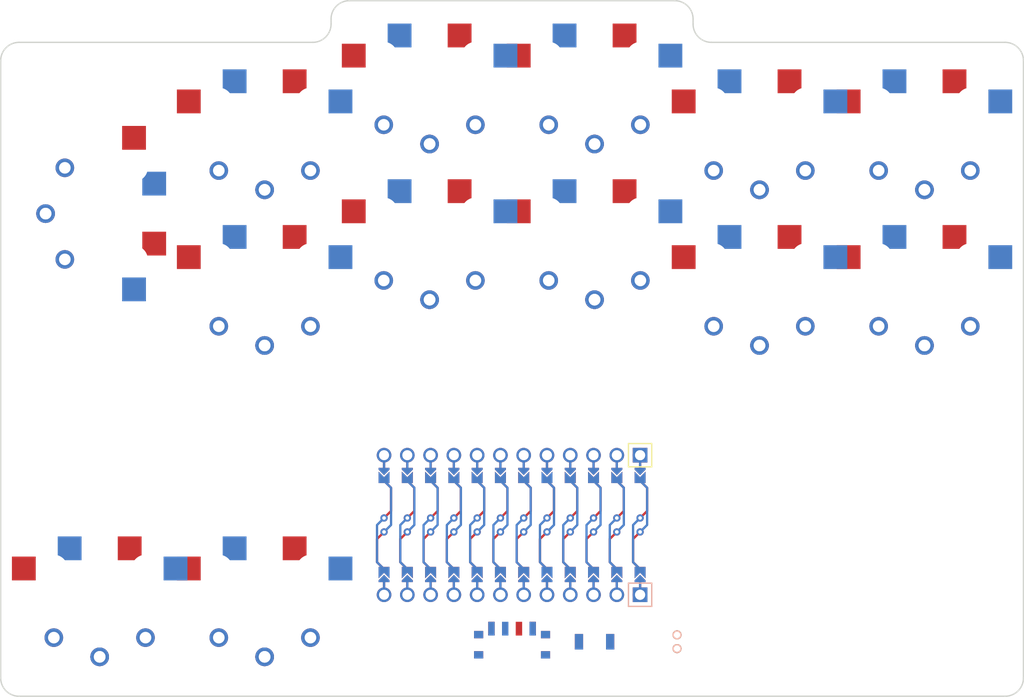
<source format=kicad_pcb>

            
(kicad_pcb (version 20171130) (host pcbnew 5.1.6)

  (page A3)
  (title_block
    (title lamia)
    (rev v1.0.0)
    (company Unknown)
  )

  (general
    (thickness 1.6)
  )

  (layers
    (0 F.Cu signal)
    (31 B.Cu signal)
    (32 B.Adhes user)
    (33 F.Adhes user)
    (34 B.Paste user)
    (35 F.Paste user)
    (36 B.SilkS user)
    (37 F.SilkS user)
    (38 B.Mask user)
    (39 F.Mask user)
    (40 Dwgs.User user)
    (41 Cmts.User user)
    (42 Eco1.User user)
    (43 Eco2.User user)
    (44 Edge.Cuts user)
    (45 Margin user)
    (46 B.CrtYd user)
    (47 F.CrtYd user)
    (48 B.Fab user)
    (49 F.Fab user)
  )

  (setup
    (last_trace_width 0.25)
    (trace_clearance 0.2)
    (zone_clearance 0.508)
    (zone_45_only no)
    (trace_min 0.2)
    (via_size 0.8)
    (via_drill 0.4)
    (via_min_size 0.4)
    (via_min_drill 0.3)
    (uvia_size 0.3)
    (uvia_drill 0.1)
    (uvias_allowed no)
    (uvia_min_size 0.2)
    (uvia_min_drill 0.1)
    (edge_width 0.05)
    (segment_width 0.2)
    (pcb_text_width 0.3)
    (pcb_text_size 1.5 1.5)
    (mod_edge_width 0.12)
    (mod_text_size 1 1)
    (mod_text_width 0.15)
    (pad_size 1.524 1.524)
    (pad_drill 0.762)
    (pad_to_mask_clearance 0.05)
    (aux_axis_origin 0 0)
    (visible_elements FFFFFF7F)
    (pcbplotparams
      (layerselection 0x010fc_ffffffff)
      (usegerberextensions false)
      (usegerberattributes true)
      (usegerberadvancedattributes true)
      (creategerberjobfile true)
      (excludeedgelayer true)
      (linewidth 0.100000)
      (plotframeref false)
      (viasonmask false)
      (mode 1)
      (useauxorigin false)
      (hpglpennumber 1)
      (hpglpenspeed 20)
      (hpglpendiameter 15.000000)
      (psnegative false)
      (psa4output false)
      (plotreference true)
      (plotvalue true)
      (plotinvisibletext false)
      (padsonsilk false)
      (subtractmaskfromsilk false)
      (outputformat 1)
      (mirror false)
      (drillshape 1)
      (scaleselection 1)
      (outputdirectory ""))
  )

            (net 0 "")
(net 1 "P9")
(net 2 "GND")
(net 3 "P8")
(net 4 "P7")
(net 5 "P15")
(net 6 "P6")
(net 7 "P18")
(net 8 "P5")
(net 9 "P19")
(net 10 "P4")
(net 11 "P21")
(net 12 "P20")
(net 13 "P10")
(net 14 "P16")
(net 15 "RAW")
(net 16 "RST")
(net 17 "VCC")
(net 18 "P14")
(net 19 "P1")
(net 20 "P0")
(net 21 "P2")
(net 22 "P3")
(net 23 "pos")
            
  (net_class Default "This is the default net class."
    (clearance 0.2)
    (trace_width 0.25)
    (via_dia 0.8)
    (via_drill 0.4)
    (uvia_dia 0.3)
    (uvia_drill 0.1)
    (add_net "")
(add_net "P9")
(add_net "GND")
(add_net "P8")
(add_net "P7")
(add_net "P15")
(add_net "P6")
(add_net "P18")
(add_net "P5")
(add_net "P19")
(add_net "P4")
(add_net "P21")
(add_net "P20")
(add_net "P10")
(add_net "P16")
(add_net "RAW")
(add_net "RST")
(add_net "VCC")
(add_net "P14")
(add_net "P1")
(add_net "P0")
(add_net "P2")
(add_net "P3")
(add_net "pos")
  )

            
        
      (module PG1350 (layer F.Cu) (tedit 5DD50112)
      (at 0 0 -90)

      
      (fp_text reference "S1" (at 0 0) (layer F.SilkS) hide (effects (font (size 1.27 1.27) (thickness 0.15))))
      (fp_text value "" (at 0 0) (layer F.SilkS) hide (effects (font (size 1.27 1.27) (thickness 0.15))))

      
      (fp_line (start -7 -6) (end -7 -7) (layer Dwgs.User) (width 0.15))
      (fp_line (start -7 7) (end -6 7) (layer Dwgs.User) (width 0.15))
      (fp_line (start -6 -7) (end -7 -7) (layer Dwgs.User) (width 0.15))
      (fp_line (start -7 7) (end -7 6) (layer Dwgs.User) (width 0.15))
      (fp_line (start 7 6) (end 7 7) (layer Dwgs.User) (width 0.15))
      (fp_line (start 7 -7) (end 6 -7) (layer Dwgs.User) (width 0.15))
      (fp_line (start 6 7) (end 7 7) (layer Dwgs.User) (width 0.15))
      (fp_line (start 7 -7) (end 7 -6) (layer Dwgs.User) (width 0.15))      
      
      
      (pad "" np_thru_hole circle (at 0 0) (size 3.429 3.429) (drill 3.429) (layers *.Cu *.Mask))
        
      
      (pad "" np_thru_hole circle (at 5.5 0) (size 1.7018 1.7018) (drill 1.7018) (layers *.Cu *.Mask))
      (pad "" np_thru_hole circle (at -5.5 0) (size 1.7018 1.7018) (drill 1.7018) (layers *.Cu *.Mask))
      
        
      
      (fp_line (start -9 -8.5) (end 9 -8.5) (layer Dwgs.User) (width 0.15))
      (fp_line (start 9 -8.5) (end 9 8.5) (layer Dwgs.User) (width 0.15))
      (fp_line (start 9 8.5) (end -9 8.5) (layer Dwgs.User) (width 0.15))
      (fp_line (start -9 8.5) (end -9 -8.5) (layer Dwgs.User) (width 0.15))
      
        
          
          (pad "" np_thru_hole circle (at 5 -3.75) (size 3 3) (drill 3) (layers *.Cu *.Mask))
          (pad "" np_thru_hole circle (at 0 -5.95) (size 3 3) (drill 3) (layers *.Cu *.Mask))
      
          
          (pad 1 smd rect (at -3.275 -5.95 -90) (size 2.6 2.6) (layers B.Cu B.Paste B.Mask)  (net 1 "P9"))
          (pad 2 smd rect (at 8.275 -3.75 -90) (size 2.6 2.6) (layers B.Cu B.Paste B.Mask)  (net 2 "GND"))
        
        
          
          (pad "" np_thru_hole circle (at -5 -3.75) (size 3 3) (drill 3) (layers *.Cu *.Mask))
          (pad "" np_thru_hole circle (at 0 -5.95) (size 3 3) (drill 3) (layers *.Cu *.Mask))
      
          
          (pad 1 smd rect (at 3.275 -5.95 -90) (size 2.6 2.6) (layers F.Cu F.Paste F.Mask)  (net 1 "P9"))
          (pad 2 smd rect (at -8.275 -3.75 -90) (size 2.6 2.6) (layers F.Cu F.Paste F.Mask)  (net 2 "GND"))
        )
        

        
      (module PG1350 (layer F.Cu) (tedit 5DD50112)
      (at 0 0 90)

      
      (fp_text reference "S2" (at 0 0) (layer F.SilkS) hide (effects (font (size 1.27 1.27) (thickness 0.15))))
      (fp_text value "" (at 0 0) (layer F.SilkS) hide (effects (font (size 1.27 1.27) (thickness 0.15))))

      
      (fp_line (start -7 -6) (end -7 -7) (layer Dwgs.User) (width 0.15))
      (fp_line (start -7 7) (end -6 7) (layer Dwgs.User) (width 0.15))
      (fp_line (start -6 -7) (end -7 -7) (layer Dwgs.User) (width 0.15))
      (fp_line (start -7 7) (end -7 6) (layer Dwgs.User) (width 0.15))
      (fp_line (start 7 6) (end 7 7) (layer Dwgs.User) (width 0.15))
      (fp_line (start 7 -7) (end 6 -7) (layer Dwgs.User) (width 0.15))
      (fp_line (start 6 7) (end 7 7) (layer Dwgs.User) (width 0.15))
      (fp_line (start 7 -7) (end 7 -6) (layer Dwgs.User) (width 0.15))      
      
      
      (pad "" np_thru_hole circle (at 0 0) (size 3.429 3.429) (drill 3.429) (layers *.Cu *.Mask))
        
      
      (pad "" np_thru_hole circle (at 5.5 0) (size 1.7018 1.7018) (drill 1.7018) (layers *.Cu *.Mask))
      (pad "" np_thru_hole circle (at -5.5 0) (size 1.7018 1.7018) (drill 1.7018) (layers *.Cu *.Mask))
      
        
      
      (fp_line (start -9 -8.5) (end 9 -8.5) (layer Dwgs.User) (width 0.15))
      (fp_line (start 9 -8.5) (end 9 8.5) (layer Dwgs.User) (width 0.15))
      (fp_line (start 9 8.5) (end -9 8.5) (layer Dwgs.User) (width 0.15))
      (fp_line (start -9 8.5) (end -9 -8.5) (layer Dwgs.User) (width 0.15))
      
        
            
            (pad 1 thru_hole circle (at 5 -3.8) (size 2.032 2.032) (drill 1.27) (layers *.Cu *.Mask) (net 1 "P9"))
            (pad 2 thru_hole circle (at 0 -5.9) (size 2.032 2.032) (drill 1.27) (layers *.Cu *.Mask) (net 2 "GND"))
          
        
            
            (pad 1 thru_hole circle (at -5 -3.8) (size 2.032 2.032) (drill 1.27) (layers *.Cu *.Mask) (net 1 "P9"))
            (pad 2 thru_hole circle (at -0 -5.9) (size 2.032 2.032) (drill 1.27) (layers *.Cu *.Mask) (net 2 "GND"))
          )
        

        
      (module PG1350 (layer F.Cu) (tedit 5DD50112)
      (at 18 8.5 0)

      
      (fp_text reference "S3" (at 0 0) (layer F.SilkS) hide (effects (font (size 1.27 1.27) (thickness 0.15))))
      (fp_text value "" (at 0 0) (layer F.SilkS) hide (effects (font (size 1.27 1.27) (thickness 0.15))))

      
      (fp_line (start -7 -6) (end -7 -7) (layer Dwgs.User) (width 0.15))
      (fp_line (start -7 7) (end -6 7) (layer Dwgs.User) (width 0.15))
      (fp_line (start -6 -7) (end -7 -7) (layer Dwgs.User) (width 0.15))
      (fp_line (start -7 7) (end -7 6) (layer Dwgs.User) (width 0.15))
      (fp_line (start 7 6) (end 7 7) (layer Dwgs.User) (width 0.15))
      (fp_line (start 7 -7) (end 6 -7) (layer Dwgs.User) (width 0.15))
      (fp_line (start 6 7) (end 7 7) (layer Dwgs.User) (width 0.15))
      (fp_line (start 7 -7) (end 7 -6) (layer Dwgs.User) (width 0.15))      
      
      
      (pad "" np_thru_hole circle (at 0 0) (size 3.429 3.429) (drill 3.429) (layers *.Cu *.Mask))
        
      
      (pad "" np_thru_hole circle (at 5.5 0) (size 1.7018 1.7018) (drill 1.7018) (layers *.Cu *.Mask))
      (pad "" np_thru_hole circle (at -5.5 0) (size 1.7018 1.7018) (drill 1.7018) (layers *.Cu *.Mask))
      
        
      
      (fp_line (start -9 -8.5) (end 9 -8.5) (layer Dwgs.User) (width 0.15))
      (fp_line (start 9 -8.5) (end 9 8.5) (layer Dwgs.User) (width 0.15))
      (fp_line (start 9 8.5) (end -9 8.5) (layer Dwgs.User) (width 0.15))
      (fp_line (start -9 8.5) (end -9 -8.5) (layer Dwgs.User) (width 0.15))
      
        
          
          (pad "" np_thru_hole circle (at 5 -3.75) (size 3 3) (drill 3) (layers *.Cu *.Mask))
          (pad "" np_thru_hole circle (at 0 -5.95) (size 3 3) (drill 3) (layers *.Cu *.Mask))
      
          
          (pad 1 smd rect (at -3.275 -5.95 0) (size 2.6 2.6) (layers B.Cu B.Paste B.Mask)  (net 3 "P8"))
          (pad 2 smd rect (at 8.275 -3.75 0) (size 2.6 2.6) (layers B.Cu B.Paste B.Mask)  (net 2 "GND"))
        
        
          
          (pad "" np_thru_hole circle (at -5 -3.75) (size 3 3) (drill 3) (layers *.Cu *.Mask))
          (pad "" np_thru_hole circle (at 0 -5.95) (size 3 3) (drill 3) (layers *.Cu *.Mask))
      
          
          (pad 1 smd rect (at 3.275 -5.95 0) (size 2.6 2.6) (layers F.Cu F.Paste F.Mask)  (net 3 "P8"))
          (pad 2 smd rect (at -8.275 -3.75 0) (size 2.6 2.6) (layers F.Cu F.Paste F.Mask)  (net 2 "GND"))
        )
        

        
      (module PG1350 (layer F.Cu) (tedit 5DD50112)
      (at 18 8.5 180)

      
      (fp_text reference "S4" (at 0 0) (layer F.SilkS) hide (effects (font (size 1.27 1.27) (thickness 0.15))))
      (fp_text value "" (at 0 0) (layer F.SilkS) hide (effects (font (size 1.27 1.27) (thickness 0.15))))

      
      (fp_line (start -7 -6) (end -7 -7) (layer Dwgs.User) (width 0.15))
      (fp_line (start -7 7) (end -6 7) (layer Dwgs.User) (width 0.15))
      (fp_line (start -6 -7) (end -7 -7) (layer Dwgs.User) (width 0.15))
      (fp_line (start -7 7) (end -7 6) (layer Dwgs.User) (width 0.15))
      (fp_line (start 7 6) (end 7 7) (layer Dwgs.User) (width 0.15))
      (fp_line (start 7 -7) (end 6 -7) (layer Dwgs.User) (width 0.15))
      (fp_line (start 6 7) (end 7 7) (layer Dwgs.User) (width 0.15))
      (fp_line (start 7 -7) (end 7 -6) (layer Dwgs.User) (width 0.15))      
      
      
      (pad "" np_thru_hole circle (at 0 0) (size 3.429 3.429) (drill 3.429) (layers *.Cu *.Mask))
        
      
      (pad "" np_thru_hole circle (at 5.5 0) (size 1.7018 1.7018) (drill 1.7018) (layers *.Cu *.Mask))
      (pad "" np_thru_hole circle (at -5.5 0) (size 1.7018 1.7018) (drill 1.7018) (layers *.Cu *.Mask))
      
        
      
      (fp_line (start -9 -8.5) (end 9 -8.5) (layer Dwgs.User) (width 0.15))
      (fp_line (start 9 -8.5) (end 9 8.5) (layer Dwgs.User) (width 0.15))
      (fp_line (start 9 8.5) (end -9 8.5) (layer Dwgs.User) (width 0.15))
      (fp_line (start -9 8.5) (end -9 -8.5) (layer Dwgs.User) (width 0.15))
      
        
            
            (pad 1 thru_hole circle (at 5 -3.8) (size 2.032 2.032) (drill 1.27) (layers *.Cu *.Mask) (net 3 "P8"))
            (pad 2 thru_hole circle (at 0 -5.9) (size 2.032 2.032) (drill 1.27) (layers *.Cu *.Mask) (net 2 "GND"))
          
        
            
            (pad 1 thru_hole circle (at -5 -3.8) (size 2.032 2.032) (drill 1.27) (layers *.Cu *.Mask) (net 3 "P8"))
            (pad 2 thru_hole circle (at -0 -5.9) (size 2.032 2.032) (drill 1.27) (layers *.Cu *.Mask) (net 2 "GND"))
          )
        

        
      (module PG1350 (layer F.Cu) (tedit 5DD50112)
      (at 18 -8.5 0)

      
      (fp_text reference "S5" (at 0 0) (layer F.SilkS) hide (effects (font (size 1.27 1.27) (thickness 0.15))))
      (fp_text value "" (at 0 0) (layer F.SilkS) hide (effects (font (size 1.27 1.27) (thickness 0.15))))

      
      (fp_line (start -7 -6) (end -7 -7) (layer Dwgs.User) (width 0.15))
      (fp_line (start -7 7) (end -6 7) (layer Dwgs.User) (width 0.15))
      (fp_line (start -6 -7) (end -7 -7) (layer Dwgs.User) (width 0.15))
      (fp_line (start -7 7) (end -7 6) (layer Dwgs.User) (width 0.15))
      (fp_line (start 7 6) (end 7 7) (layer Dwgs.User) (width 0.15))
      (fp_line (start 7 -7) (end 6 -7) (layer Dwgs.User) (width 0.15))
      (fp_line (start 6 7) (end 7 7) (layer Dwgs.User) (width 0.15))
      (fp_line (start 7 -7) (end 7 -6) (layer Dwgs.User) (width 0.15))      
      
      
      (pad "" np_thru_hole circle (at 0 0) (size 3.429 3.429) (drill 3.429) (layers *.Cu *.Mask))
        
      
      (pad "" np_thru_hole circle (at 5.5 0) (size 1.7018 1.7018) (drill 1.7018) (layers *.Cu *.Mask))
      (pad "" np_thru_hole circle (at -5.5 0) (size 1.7018 1.7018) (drill 1.7018) (layers *.Cu *.Mask))
      
        
      
      (fp_line (start -9 -8.5) (end 9 -8.5) (layer Dwgs.User) (width 0.15))
      (fp_line (start 9 -8.5) (end 9 8.5) (layer Dwgs.User) (width 0.15))
      (fp_line (start 9 8.5) (end -9 8.5) (layer Dwgs.User) (width 0.15))
      (fp_line (start -9 8.5) (end -9 -8.5) (layer Dwgs.User) (width 0.15))
      
        
          
          (pad "" np_thru_hole circle (at 5 -3.75) (size 3 3) (drill 3) (layers *.Cu *.Mask))
          (pad "" np_thru_hole circle (at 0 -5.95) (size 3 3) (drill 3) (layers *.Cu *.Mask))
      
          
          (pad 1 smd rect (at -3.275 -5.95 0) (size 2.6 2.6) (layers B.Cu B.Paste B.Mask)  (net 4 "P7"))
          (pad 2 smd rect (at 8.275 -3.75 0) (size 2.6 2.6) (layers B.Cu B.Paste B.Mask)  (net 2 "GND"))
        
        
          
          (pad "" np_thru_hole circle (at -5 -3.75) (size 3 3) (drill 3) (layers *.Cu *.Mask))
          (pad "" np_thru_hole circle (at 0 -5.95) (size 3 3) (drill 3) (layers *.Cu *.Mask))
      
          
          (pad 1 smd rect (at 3.275 -5.95 0) (size 2.6 2.6) (layers F.Cu F.Paste F.Mask)  (net 4 "P7"))
          (pad 2 smd rect (at -8.275 -3.75 0) (size 2.6 2.6) (layers F.Cu F.Paste F.Mask)  (net 2 "GND"))
        )
        

        
      (module PG1350 (layer F.Cu) (tedit 5DD50112)
      (at 18 -8.5 180)

      
      (fp_text reference "S6" (at 0 0) (layer F.SilkS) hide (effects (font (size 1.27 1.27) (thickness 0.15))))
      (fp_text value "" (at 0 0) (layer F.SilkS) hide (effects (font (size 1.27 1.27) (thickness 0.15))))

      
      (fp_line (start -7 -6) (end -7 -7) (layer Dwgs.User) (width 0.15))
      (fp_line (start -7 7) (end -6 7) (layer Dwgs.User) (width 0.15))
      (fp_line (start -6 -7) (end -7 -7) (layer Dwgs.User) (width 0.15))
      (fp_line (start -7 7) (end -7 6) (layer Dwgs.User) (width 0.15))
      (fp_line (start 7 6) (end 7 7) (layer Dwgs.User) (width 0.15))
      (fp_line (start 7 -7) (end 6 -7) (layer Dwgs.User) (width 0.15))
      (fp_line (start 6 7) (end 7 7) (layer Dwgs.User) (width 0.15))
      (fp_line (start 7 -7) (end 7 -6) (layer Dwgs.User) (width 0.15))      
      
      
      (pad "" np_thru_hole circle (at 0 0) (size 3.429 3.429) (drill 3.429) (layers *.Cu *.Mask))
        
      
      (pad "" np_thru_hole circle (at 5.5 0) (size 1.7018 1.7018) (drill 1.7018) (layers *.Cu *.Mask))
      (pad "" np_thru_hole circle (at -5.5 0) (size 1.7018 1.7018) (drill 1.7018) (layers *.Cu *.Mask))
      
        
      
      (fp_line (start -9 -8.5) (end 9 -8.5) (layer Dwgs.User) (width 0.15))
      (fp_line (start 9 -8.5) (end 9 8.5) (layer Dwgs.User) (width 0.15))
      (fp_line (start 9 8.5) (end -9 8.5) (layer Dwgs.User) (width 0.15))
      (fp_line (start -9 8.5) (end -9 -8.5) (layer Dwgs.User) (width 0.15))
      
        
            
            (pad 1 thru_hole circle (at 5 -3.8) (size 2.032 2.032) (drill 1.27) (layers *.Cu *.Mask) (net 4 "P7"))
            (pad 2 thru_hole circle (at 0 -5.9) (size 2.032 2.032) (drill 1.27) (layers *.Cu *.Mask) (net 2 "GND"))
          
        
            
            (pad 1 thru_hole circle (at -5 -3.8) (size 2.032 2.032) (drill 1.27) (layers *.Cu *.Mask) (net 4 "P7"))
            (pad 2 thru_hole circle (at -0 -5.9) (size 2.032 2.032) (drill 1.27) (layers *.Cu *.Mask) (net 2 "GND"))
          )
        

        
      (module PG1350 (layer F.Cu) (tedit 5DD50112)
      (at 36 3.5 0)

      
      (fp_text reference "S7" (at 0 0) (layer F.SilkS) hide (effects (font (size 1.27 1.27) (thickness 0.15))))
      (fp_text value "" (at 0 0) (layer F.SilkS) hide (effects (font (size 1.27 1.27) (thickness 0.15))))

      
      (fp_line (start -7 -6) (end -7 -7) (layer Dwgs.User) (width 0.15))
      (fp_line (start -7 7) (end -6 7) (layer Dwgs.User) (width 0.15))
      (fp_line (start -6 -7) (end -7 -7) (layer Dwgs.User) (width 0.15))
      (fp_line (start -7 7) (end -7 6) (layer Dwgs.User) (width 0.15))
      (fp_line (start 7 6) (end 7 7) (layer Dwgs.User) (width 0.15))
      (fp_line (start 7 -7) (end 6 -7) (layer Dwgs.User) (width 0.15))
      (fp_line (start 6 7) (end 7 7) (layer Dwgs.User) (width 0.15))
      (fp_line (start 7 -7) (end 7 -6) (layer Dwgs.User) (width 0.15))      
      
      
      (pad "" np_thru_hole circle (at 0 0) (size 3.429 3.429) (drill 3.429) (layers *.Cu *.Mask))
        
      
      (pad "" np_thru_hole circle (at 5.5 0) (size 1.7018 1.7018) (drill 1.7018) (layers *.Cu *.Mask))
      (pad "" np_thru_hole circle (at -5.5 0) (size 1.7018 1.7018) (drill 1.7018) (layers *.Cu *.Mask))
      
        
      
      (fp_line (start -9 -8.5) (end 9 -8.5) (layer Dwgs.User) (width 0.15))
      (fp_line (start 9 -8.5) (end 9 8.5) (layer Dwgs.User) (width 0.15))
      (fp_line (start 9 8.5) (end -9 8.5) (layer Dwgs.User) (width 0.15))
      (fp_line (start -9 8.5) (end -9 -8.5) (layer Dwgs.User) (width 0.15))
      
        
          
          (pad "" np_thru_hole circle (at 5 -3.75) (size 3 3) (drill 3) (layers *.Cu *.Mask))
          (pad "" np_thru_hole circle (at 0 -5.95) (size 3 3) (drill 3) (layers *.Cu *.Mask))
      
          
          (pad 1 smd rect (at -3.275 -5.95 0) (size 2.6 2.6) (layers B.Cu B.Paste B.Mask)  (net 5 "P15"))
          (pad 2 smd rect (at 8.275 -3.75 0) (size 2.6 2.6) (layers B.Cu B.Paste B.Mask)  (net 2 "GND"))
        
        
          
          (pad "" np_thru_hole circle (at -5 -3.75) (size 3 3) (drill 3) (layers *.Cu *.Mask))
          (pad "" np_thru_hole circle (at 0 -5.95) (size 3 3) (drill 3) (layers *.Cu *.Mask))
      
          
          (pad 1 smd rect (at 3.275 -5.95 0) (size 2.6 2.6) (layers F.Cu F.Paste F.Mask)  (net 5 "P15"))
          (pad 2 smd rect (at -8.275 -3.75 0) (size 2.6 2.6) (layers F.Cu F.Paste F.Mask)  (net 2 "GND"))
        )
        

        
      (module PG1350 (layer F.Cu) (tedit 5DD50112)
      (at 36 3.5 180)

      
      (fp_text reference "S8" (at 0 0) (layer F.SilkS) hide (effects (font (size 1.27 1.27) (thickness 0.15))))
      (fp_text value "" (at 0 0) (layer F.SilkS) hide (effects (font (size 1.27 1.27) (thickness 0.15))))

      
      (fp_line (start -7 -6) (end -7 -7) (layer Dwgs.User) (width 0.15))
      (fp_line (start -7 7) (end -6 7) (layer Dwgs.User) (width 0.15))
      (fp_line (start -6 -7) (end -7 -7) (layer Dwgs.User) (width 0.15))
      (fp_line (start -7 7) (end -7 6) (layer Dwgs.User) (width 0.15))
      (fp_line (start 7 6) (end 7 7) (layer Dwgs.User) (width 0.15))
      (fp_line (start 7 -7) (end 6 -7) (layer Dwgs.User) (width 0.15))
      (fp_line (start 6 7) (end 7 7) (layer Dwgs.User) (width 0.15))
      (fp_line (start 7 -7) (end 7 -6) (layer Dwgs.User) (width 0.15))      
      
      
      (pad "" np_thru_hole circle (at 0 0) (size 3.429 3.429) (drill 3.429) (layers *.Cu *.Mask))
        
      
      (pad "" np_thru_hole circle (at 5.5 0) (size 1.7018 1.7018) (drill 1.7018) (layers *.Cu *.Mask))
      (pad "" np_thru_hole circle (at -5.5 0) (size 1.7018 1.7018) (drill 1.7018) (layers *.Cu *.Mask))
      
        
      
      (fp_line (start -9 -8.5) (end 9 -8.5) (layer Dwgs.User) (width 0.15))
      (fp_line (start 9 -8.5) (end 9 8.5) (layer Dwgs.User) (width 0.15))
      (fp_line (start 9 8.5) (end -9 8.5) (layer Dwgs.User) (width 0.15))
      (fp_line (start -9 8.5) (end -9 -8.5) (layer Dwgs.User) (width 0.15))
      
        
            
            (pad 1 thru_hole circle (at 5 -3.8) (size 2.032 2.032) (drill 1.27) (layers *.Cu *.Mask) (net 5 "P15"))
            (pad 2 thru_hole circle (at 0 -5.9) (size 2.032 2.032) (drill 1.27) (layers *.Cu *.Mask) (net 2 "GND"))
          
        
            
            (pad 1 thru_hole circle (at -5 -3.8) (size 2.032 2.032) (drill 1.27) (layers *.Cu *.Mask) (net 5 "P15"))
            (pad 2 thru_hole circle (at -0 -5.9) (size 2.032 2.032) (drill 1.27) (layers *.Cu *.Mask) (net 2 "GND"))
          )
        

        
      (module PG1350 (layer F.Cu) (tedit 5DD50112)
      (at 36 -13.5 0)

      
      (fp_text reference "S9" (at 0 0) (layer F.SilkS) hide (effects (font (size 1.27 1.27) (thickness 0.15))))
      (fp_text value "" (at 0 0) (layer F.SilkS) hide (effects (font (size 1.27 1.27) (thickness 0.15))))

      
      (fp_line (start -7 -6) (end -7 -7) (layer Dwgs.User) (width 0.15))
      (fp_line (start -7 7) (end -6 7) (layer Dwgs.User) (width 0.15))
      (fp_line (start -6 -7) (end -7 -7) (layer Dwgs.User) (width 0.15))
      (fp_line (start -7 7) (end -7 6) (layer Dwgs.User) (width 0.15))
      (fp_line (start 7 6) (end 7 7) (layer Dwgs.User) (width 0.15))
      (fp_line (start 7 -7) (end 6 -7) (layer Dwgs.User) (width 0.15))
      (fp_line (start 6 7) (end 7 7) (layer Dwgs.User) (width 0.15))
      (fp_line (start 7 -7) (end 7 -6) (layer Dwgs.User) (width 0.15))      
      
      
      (pad "" np_thru_hole circle (at 0 0) (size 3.429 3.429) (drill 3.429) (layers *.Cu *.Mask))
        
      
      (pad "" np_thru_hole circle (at 5.5 0) (size 1.7018 1.7018) (drill 1.7018) (layers *.Cu *.Mask))
      (pad "" np_thru_hole circle (at -5.5 0) (size 1.7018 1.7018) (drill 1.7018) (layers *.Cu *.Mask))
      
        
      
      (fp_line (start -9 -8.5) (end 9 -8.5) (layer Dwgs.User) (width 0.15))
      (fp_line (start 9 -8.5) (end 9 8.5) (layer Dwgs.User) (width 0.15))
      (fp_line (start 9 8.5) (end -9 8.5) (layer Dwgs.User) (width 0.15))
      (fp_line (start -9 8.5) (end -9 -8.5) (layer Dwgs.User) (width 0.15))
      
        
          
          (pad "" np_thru_hole circle (at 5 -3.75) (size 3 3) (drill 3) (layers *.Cu *.Mask))
          (pad "" np_thru_hole circle (at 0 -5.95) (size 3 3) (drill 3) (layers *.Cu *.Mask))
      
          
          (pad 1 smd rect (at -3.275 -5.95 0) (size 2.6 2.6) (layers B.Cu B.Paste B.Mask)  (net 6 "P6"))
          (pad 2 smd rect (at 8.275 -3.75 0) (size 2.6 2.6) (layers B.Cu B.Paste B.Mask)  (net 2 "GND"))
        
        
          
          (pad "" np_thru_hole circle (at -5 -3.75) (size 3 3) (drill 3) (layers *.Cu *.Mask))
          (pad "" np_thru_hole circle (at 0 -5.95) (size 3 3) (drill 3) (layers *.Cu *.Mask))
      
          
          (pad 1 smd rect (at 3.275 -5.95 0) (size 2.6 2.6) (layers F.Cu F.Paste F.Mask)  (net 6 "P6"))
          (pad 2 smd rect (at -8.275 -3.75 0) (size 2.6 2.6) (layers F.Cu F.Paste F.Mask)  (net 2 "GND"))
        )
        

        
      (module PG1350 (layer F.Cu) (tedit 5DD50112)
      (at 36 -13.5 180)

      
      (fp_text reference "S10" (at 0 0) (layer F.SilkS) hide (effects (font (size 1.27 1.27) (thickness 0.15))))
      (fp_text value "" (at 0 0) (layer F.SilkS) hide (effects (font (size 1.27 1.27) (thickness 0.15))))

      
      (fp_line (start -7 -6) (end -7 -7) (layer Dwgs.User) (width 0.15))
      (fp_line (start -7 7) (end -6 7) (layer Dwgs.User) (width 0.15))
      (fp_line (start -6 -7) (end -7 -7) (layer Dwgs.User) (width 0.15))
      (fp_line (start -7 7) (end -7 6) (layer Dwgs.User) (width 0.15))
      (fp_line (start 7 6) (end 7 7) (layer Dwgs.User) (width 0.15))
      (fp_line (start 7 -7) (end 6 -7) (layer Dwgs.User) (width 0.15))
      (fp_line (start 6 7) (end 7 7) (layer Dwgs.User) (width 0.15))
      (fp_line (start 7 -7) (end 7 -6) (layer Dwgs.User) (width 0.15))      
      
      
      (pad "" np_thru_hole circle (at 0 0) (size 3.429 3.429) (drill 3.429) (layers *.Cu *.Mask))
        
      
      (pad "" np_thru_hole circle (at 5.5 0) (size 1.7018 1.7018) (drill 1.7018) (layers *.Cu *.Mask))
      (pad "" np_thru_hole circle (at -5.5 0) (size 1.7018 1.7018) (drill 1.7018) (layers *.Cu *.Mask))
      
        
      
      (fp_line (start -9 -8.5) (end 9 -8.5) (layer Dwgs.User) (width 0.15))
      (fp_line (start 9 -8.5) (end 9 8.5) (layer Dwgs.User) (width 0.15))
      (fp_line (start 9 8.5) (end -9 8.5) (layer Dwgs.User) (width 0.15))
      (fp_line (start -9 8.5) (end -9 -8.5) (layer Dwgs.User) (width 0.15))
      
        
            
            (pad 1 thru_hole circle (at 5 -3.8) (size 2.032 2.032) (drill 1.27) (layers *.Cu *.Mask) (net 6 "P6"))
            (pad 2 thru_hole circle (at 0 -5.9) (size 2.032 2.032) (drill 1.27) (layers *.Cu *.Mask) (net 2 "GND"))
          
        
            
            (pad 1 thru_hole circle (at -5 -3.8) (size 2.032 2.032) (drill 1.27) (layers *.Cu *.Mask) (net 6 "P6"))
            (pad 2 thru_hole circle (at -0 -5.9) (size 2.032 2.032) (drill 1.27) (layers *.Cu *.Mask) (net 2 "GND"))
          )
        

        
      (module PG1350 (layer F.Cu) (tedit 5DD50112)
      (at 54 3.5 0)

      
      (fp_text reference "S11" (at 0 0) (layer F.SilkS) hide (effects (font (size 1.27 1.27) (thickness 0.15))))
      (fp_text value "" (at 0 0) (layer F.SilkS) hide (effects (font (size 1.27 1.27) (thickness 0.15))))

      
      (fp_line (start -7 -6) (end -7 -7) (layer Dwgs.User) (width 0.15))
      (fp_line (start -7 7) (end -6 7) (layer Dwgs.User) (width 0.15))
      (fp_line (start -6 -7) (end -7 -7) (layer Dwgs.User) (width 0.15))
      (fp_line (start -7 7) (end -7 6) (layer Dwgs.User) (width 0.15))
      (fp_line (start 7 6) (end 7 7) (layer Dwgs.User) (width 0.15))
      (fp_line (start 7 -7) (end 6 -7) (layer Dwgs.User) (width 0.15))
      (fp_line (start 6 7) (end 7 7) (layer Dwgs.User) (width 0.15))
      (fp_line (start 7 -7) (end 7 -6) (layer Dwgs.User) (width 0.15))      
      
      
      (pad "" np_thru_hole circle (at 0 0) (size 3.429 3.429) (drill 3.429) (layers *.Cu *.Mask))
        
      
      (pad "" np_thru_hole circle (at 5.5 0) (size 1.7018 1.7018) (drill 1.7018) (layers *.Cu *.Mask))
      (pad "" np_thru_hole circle (at -5.5 0) (size 1.7018 1.7018) (drill 1.7018) (layers *.Cu *.Mask))
      
        
      
      (fp_line (start -9 -8.5) (end 9 -8.5) (layer Dwgs.User) (width 0.15))
      (fp_line (start 9 -8.5) (end 9 8.5) (layer Dwgs.User) (width 0.15))
      (fp_line (start 9 8.5) (end -9 8.5) (layer Dwgs.User) (width 0.15))
      (fp_line (start -9 8.5) (end -9 -8.5) (layer Dwgs.User) (width 0.15))
      
        
          
          (pad "" np_thru_hole circle (at 5 -3.75) (size 3 3) (drill 3) (layers *.Cu *.Mask))
          (pad "" np_thru_hole circle (at 0 -5.95) (size 3 3) (drill 3) (layers *.Cu *.Mask))
      
          
          (pad 1 smd rect (at -3.275 -5.95 0) (size 2.6 2.6) (layers B.Cu B.Paste B.Mask)  (net 7 "P18"))
          (pad 2 smd rect (at 8.275 -3.75 0) (size 2.6 2.6) (layers B.Cu B.Paste B.Mask)  (net 2 "GND"))
        
        
          
          (pad "" np_thru_hole circle (at -5 -3.75) (size 3 3) (drill 3) (layers *.Cu *.Mask))
          (pad "" np_thru_hole circle (at 0 -5.95) (size 3 3) (drill 3) (layers *.Cu *.Mask))
      
          
          (pad 1 smd rect (at 3.275 -5.95 0) (size 2.6 2.6) (layers F.Cu F.Paste F.Mask)  (net 7 "P18"))
          (pad 2 smd rect (at -8.275 -3.75 0) (size 2.6 2.6) (layers F.Cu F.Paste F.Mask)  (net 2 "GND"))
        )
        

        
      (module PG1350 (layer F.Cu) (tedit 5DD50112)
      (at 54 3.5 180)

      
      (fp_text reference "S12" (at 0 0) (layer F.SilkS) hide (effects (font (size 1.27 1.27) (thickness 0.15))))
      (fp_text value "" (at 0 0) (layer F.SilkS) hide (effects (font (size 1.27 1.27) (thickness 0.15))))

      
      (fp_line (start -7 -6) (end -7 -7) (layer Dwgs.User) (width 0.15))
      (fp_line (start -7 7) (end -6 7) (layer Dwgs.User) (width 0.15))
      (fp_line (start -6 -7) (end -7 -7) (layer Dwgs.User) (width 0.15))
      (fp_line (start -7 7) (end -7 6) (layer Dwgs.User) (width 0.15))
      (fp_line (start 7 6) (end 7 7) (layer Dwgs.User) (width 0.15))
      (fp_line (start 7 -7) (end 6 -7) (layer Dwgs.User) (width 0.15))
      (fp_line (start 6 7) (end 7 7) (layer Dwgs.User) (width 0.15))
      (fp_line (start 7 -7) (end 7 -6) (layer Dwgs.User) (width 0.15))      
      
      
      (pad "" np_thru_hole circle (at 0 0) (size 3.429 3.429) (drill 3.429) (layers *.Cu *.Mask))
        
      
      (pad "" np_thru_hole circle (at 5.5 0) (size 1.7018 1.7018) (drill 1.7018) (layers *.Cu *.Mask))
      (pad "" np_thru_hole circle (at -5.5 0) (size 1.7018 1.7018) (drill 1.7018) (layers *.Cu *.Mask))
      
        
      
      (fp_line (start -9 -8.5) (end 9 -8.5) (layer Dwgs.User) (width 0.15))
      (fp_line (start 9 -8.5) (end 9 8.5) (layer Dwgs.User) (width 0.15))
      (fp_line (start 9 8.5) (end -9 8.5) (layer Dwgs.User) (width 0.15))
      (fp_line (start -9 8.5) (end -9 -8.5) (layer Dwgs.User) (width 0.15))
      
        
            
            (pad 1 thru_hole circle (at 5 -3.8) (size 2.032 2.032) (drill 1.27) (layers *.Cu *.Mask) (net 7 "P18"))
            (pad 2 thru_hole circle (at 0 -5.9) (size 2.032 2.032) (drill 1.27) (layers *.Cu *.Mask) (net 2 "GND"))
          
        
            
            (pad 1 thru_hole circle (at -5 -3.8) (size 2.032 2.032) (drill 1.27) (layers *.Cu *.Mask) (net 7 "P18"))
            (pad 2 thru_hole circle (at -0 -5.9) (size 2.032 2.032) (drill 1.27) (layers *.Cu *.Mask) (net 2 "GND"))
          )
        

        
      (module PG1350 (layer F.Cu) (tedit 5DD50112)
      (at 54 -13.5 0)

      
      (fp_text reference "S13" (at 0 0) (layer F.SilkS) hide (effects (font (size 1.27 1.27) (thickness 0.15))))
      (fp_text value "" (at 0 0) (layer F.SilkS) hide (effects (font (size 1.27 1.27) (thickness 0.15))))

      
      (fp_line (start -7 -6) (end -7 -7) (layer Dwgs.User) (width 0.15))
      (fp_line (start -7 7) (end -6 7) (layer Dwgs.User) (width 0.15))
      (fp_line (start -6 -7) (end -7 -7) (layer Dwgs.User) (width 0.15))
      (fp_line (start -7 7) (end -7 6) (layer Dwgs.User) (width 0.15))
      (fp_line (start 7 6) (end 7 7) (layer Dwgs.User) (width 0.15))
      (fp_line (start 7 -7) (end 6 -7) (layer Dwgs.User) (width 0.15))
      (fp_line (start 6 7) (end 7 7) (layer Dwgs.User) (width 0.15))
      (fp_line (start 7 -7) (end 7 -6) (layer Dwgs.User) (width 0.15))      
      
      
      (pad "" np_thru_hole circle (at 0 0) (size 3.429 3.429) (drill 3.429) (layers *.Cu *.Mask))
        
      
      (pad "" np_thru_hole circle (at 5.5 0) (size 1.7018 1.7018) (drill 1.7018) (layers *.Cu *.Mask))
      (pad "" np_thru_hole circle (at -5.5 0) (size 1.7018 1.7018) (drill 1.7018) (layers *.Cu *.Mask))
      
        
      
      (fp_line (start -9 -8.5) (end 9 -8.5) (layer Dwgs.User) (width 0.15))
      (fp_line (start 9 -8.5) (end 9 8.5) (layer Dwgs.User) (width 0.15))
      (fp_line (start 9 8.5) (end -9 8.5) (layer Dwgs.User) (width 0.15))
      (fp_line (start -9 8.5) (end -9 -8.5) (layer Dwgs.User) (width 0.15))
      
        
          
          (pad "" np_thru_hole circle (at 5 -3.75) (size 3 3) (drill 3) (layers *.Cu *.Mask))
          (pad "" np_thru_hole circle (at 0 -5.95) (size 3 3) (drill 3) (layers *.Cu *.Mask))
      
          
          (pad 1 smd rect (at -3.275 -5.95 0) (size 2.6 2.6) (layers B.Cu B.Paste B.Mask)  (net 8 "P5"))
          (pad 2 smd rect (at 8.275 -3.75 0) (size 2.6 2.6) (layers B.Cu B.Paste B.Mask)  (net 2 "GND"))
        
        
          
          (pad "" np_thru_hole circle (at -5 -3.75) (size 3 3) (drill 3) (layers *.Cu *.Mask))
          (pad "" np_thru_hole circle (at 0 -5.95) (size 3 3) (drill 3) (layers *.Cu *.Mask))
      
          
          (pad 1 smd rect (at 3.275 -5.95 0) (size 2.6 2.6) (layers F.Cu F.Paste F.Mask)  (net 8 "P5"))
          (pad 2 smd rect (at -8.275 -3.75 0) (size 2.6 2.6) (layers F.Cu F.Paste F.Mask)  (net 2 "GND"))
        )
        

        
      (module PG1350 (layer F.Cu) (tedit 5DD50112)
      (at 54 -13.5 180)

      
      (fp_text reference "S14" (at 0 0) (layer F.SilkS) hide (effects (font (size 1.27 1.27) (thickness 0.15))))
      (fp_text value "" (at 0 0) (layer F.SilkS) hide (effects (font (size 1.27 1.27) (thickness 0.15))))

      
      (fp_line (start -7 -6) (end -7 -7) (layer Dwgs.User) (width 0.15))
      (fp_line (start -7 7) (end -6 7) (layer Dwgs.User) (width 0.15))
      (fp_line (start -6 -7) (end -7 -7) (layer Dwgs.User) (width 0.15))
      (fp_line (start -7 7) (end -7 6) (layer Dwgs.User) (width 0.15))
      (fp_line (start 7 6) (end 7 7) (layer Dwgs.User) (width 0.15))
      (fp_line (start 7 -7) (end 6 -7) (layer Dwgs.User) (width 0.15))
      (fp_line (start 6 7) (end 7 7) (layer Dwgs.User) (width 0.15))
      (fp_line (start 7 -7) (end 7 -6) (layer Dwgs.User) (width 0.15))      
      
      
      (pad "" np_thru_hole circle (at 0 0) (size 3.429 3.429) (drill 3.429) (layers *.Cu *.Mask))
        
      
      (pad "" np_thru_hole circle (at 5.5 0) (size 1.7018 1.7018) (drill 1.7018) (layers *.Cu *.Mask))
      (pad "" np_thru_hole circle (at -5.5 0) (size 1.7018 1.7018) (drill 1.7018) (layers *.Cu *.Mask))
      
        
      
      (fp_line (start -9 -8.5) (end 9 -8.5) (layer Dwgs.User) (width 0.15))
      (fp_line (start 9 -8.5) (end 9 8.5) (layer Dwgs.User) (width 0.15))
      (fp_line (start 9 8.5) (end -9 8.5) (layer Dwgs.User) (width 0.15))
      (fp_line (start -9 8.5) (end -9 -8.5) (layer Dwgs.User) (width 0.15))
      
        
            
            (pad 1 thru_hole circle (at 5 -3.8) (size 2.032 2.032) (drill 1.27) (layers *.Cu *.Mask) (net 8 "P5"))
            (pad 2 thru_hole circle (at 0 -5.9) (size 2.032 2.032) (drill 1.27) (layers *.Cu *.Mask) (net 2 "GND"))
          
        
            
            (pad 1 thru_hole circle (at -5 -3.8) (size 2.032 2.032) (drill 1.27) (layers *.Cu *.Mask) (net 8 "P5"))
            (pad 2 thru_hole circle (at -0 -5.9) (size 2.032 2.032) (drill 1.27) (layers *.Cu *.Mask) (net 2 "GND"))
          )
        

        
      (module PG1350 (layer F.Cu) (tedit 5DD50112)
      (at 72 8.5 0)

      
      (fp_text reference "S15" (at 0 0) (layer F.SilkS) hide (effects (font (size 1.27 1.27) (thickness 0.15))))
      (fp_text value "" (at 0 0) (layer F.SilkS) hide (effects (font (size 1.27 1.27) (thickness 0.15))))

      
      (fp_line (start -7 -6) (end -7 -7) (layer Dwgs.User) (width 0.15))
      (fp_line (start -7 7) (end -6 7) (layer Dwgs.User) (width 0.15))
      (fp_line (start -6 -7) (end -7 -7) (layer Dwgs.User) (width 0.15))
      (fp_line (start -7 7) (end -7 6) (layer Dwgs.User) (width 0.15))
      (fp_line (start 7 6) (end 7 7) (layer Dwgs.User) (width 0.15))
      (fp_line (start 7 -7) (end 6 -7) (layer Dwgs.User) (width 0.15))
      (fp_line (start 6 7) (end 7 7) (layer Dwgs.User) (width 0.15))
      (fp_line (start 7 -7) (end 7 -6) (layer Dwgs.User) (width 0.15))      
      
      
      (pad "" np_thru_hole circle (at 0 0) (size 3.429 3.429) (drill 3.429) (layers *.Cu *.Mask))
        
      
      (pad "" np_thru_hole circle (at 5.5 0) (size 1.7018 1.7018) (drill 1.7018) (layers *.Cu *.Mask))
      (pad "" np_thru_hole circle (at -5.5 0) (size 1.7018 1.7018) (drill 1.7018) (layers *.Cu *.Mask))
      
        
      
      (fp_line (start -9 -8.5) (end 9 -8.5) (layer Dwgs.User) (width 0.15))
      (fp_line (start 9 -8.5) (end 9 8.5) (layer Dwgs.User) (width 0.15))
      (fp_line (start 9 8.5) (end -9 8.5) (layer Dwgs.User) (width 0.15))
      (fp_line (start -9 8.5) (end -9 -8.5) (layer Dwgs.User) (width 0.15))
      
        
          
          (pad "" np_thru_hole circle (at 5 -3.75) (size 3 3) (drill 3) (layers *.Cu *.Mask))
          (pad "" np_thru_hole circle (at 0 -5.95) (size 3 3) (drill 3) (layers *.Cu *.Mask))
      
          
          (pad 1 smd rect (at -3.275 -5.95 0) (size 2.6 2.6) (layers B.Cu B.Paste B.Mask)  (net 9 "P19"))
          (pad 2 smd rect (at 8.275 -3.75 0) (size 2.6 2.6) (layers B.Cu B.Paste B.Mask)  (net 2 "GND"))
        
        
          
          (pad "" np_thru_hole circle (at -5 -3.75) (size 3 3) (drill 3) (layers *.Cu *.Mask))
          (pad "" np_thru_hole circle (at 0 -5.95) (size 3 3) (drill 3) (layers *.Cu *.Mask))
      
          
          (pad 1 smd rect (at 3.275 -5.95 0) (size 2.6 2.6) (layers F.Cu F.Paste F.Mask)  (net 9 "P19"))
          (pad 2 smd rect (at -8.275 -3.75 0) (size 2.6 2.6) (layers F.Cu F.Paste F.Mask)  (net 2 "GND"))
        )
        

        
      (module PG1350 (layer F.Cu) (tedit 5DD50112)
      (at 72 8.5 180)

      
      (fp_text reference "S16" (at 0 0) (layer F.SilkS) hide (effects (font (size 1.27 1.27) (thickness 0.15))))
      (fp_text value "" (at 0 0) (layer F.SilkS) hide (effects (font (size 1.27 1.27) (thickness 0.15))))

      
      (fp_line (start -7 -6) (end -7 -7) (layer Dwgs.User) (width 0.15))
      (fp_line (start -7 7) (end -6 7) (layer Dwgs.User) (width 0.15))
      (fp_line (start -6 -7) (end -7 -7) (layer Dwgs.User) (width 0.15))
      (fp_line (start -7 7) (end -7 6) (layer Dwgs.User) (width 0.15))
      (fp_line (start 7 6) (end 7 7) (layer Dwgs.User) (width 0.15))
      (fp_line (start 7 -7) (end 6 -7) (layer Dwgs.User) (width 0.15))
      (fp_line (start 6 7) (end 7 7) (layer Dwgs.User) (width 0.15))
      (fp_line (start 7 -7) (end 7 -6) (layer Dwgs.User) (width 0.15))      
      
      
      (pad "" np_thru_hole circle (at 0 0) (size 3.429 3.429) (drill 3.429) (layers *.Cu *.Mask))
        
      
      (pad "" np_thru_hole circle (at 5.5 0) (size 1.7018 1.7018) (drill 1.7018) (layers *.Cu *.Mask))
      (pad "" np_thru_hole circle (at -5.5 0) (size 1.7018 1.7018) (drill 1.7018) (layers *.Cu *.Mask))
      
        
      
      (fp_line (start -9 -8.5) (end 9 -8.5) (layer Dwgs.User) (width 0.15))
      (fp_line (start 9 -8.5) (end 9 8.5) (layer Dwgs.User) (width 0.15))
      (fp_line (start 9 8.5) (end -9 8.5) (layer Dwgs.User) (width 0.15))
      (fp_line (start -9 8.5) (end -9 -8.5) (layer Dwgs.User) (width 0.15))
      
        
            
            (pad 1 thru_hole circle (at 5 -3.8) (size 2.032 2.032) (drill 1.27) (layers *.Cu *.Mask) (net 9 "P19"))
            (pad 2 thru_hole circle (at 0 -5.9) (size 2.032 2.032) (drill 1.27) (layers *.Cu *.Mask) (net 2 "GND"))
          
        
            
            (pad 1 thru_hole circle (at -5 -3.8) (size 2.032 2.032) (drill 1.27) (layers *.Cu *.Mask) (net 9 "P19"))
            (pad 2 thru_hole circle (at -0 -5.9) (size 2.032 2.032) (drill 1.27) (layers *.Cu *.Mask) (net 2 "GND"))
          )
        

        
      (module PG1350 (layer F.Cu) (tedit 5DD50112)
      (at 72 -8.5 0)

      
      (fp_text reference "S17" (at 0 0) (layer F.SilkS) hide (effects (font (size 1.27 1.27) (thickness 0.15))))
      (fp_text value "" (at 0 0) (layer F.SilkS) hide (effects (font (size 1.27 1.27) (thickness 0.15))))

      
      (fp_line (start -7 -6) (end -7 -7) (layer Dwgs.User) (width 0.15))
      (fp_line (start -7 7) (end -6 7) (layer Dwgs.User) (width 0.15))
      (fp_line (start -6 -7) (end -7 -7) (layer Dwgs.User) (width 0.15))
      (fp_line (start -7 7) (end -7 6) (layer Dwgs.User) (width 0.15))
      (fp_line (start 7 6) (end 7 7) (layer Dwgs.User) (width 0.15))
      (fp_line (start 7 -7) (end 6 -7) (layer Dwgs.User) (width 0.15))
      (fp_line (start 6 7) (end 7 7) (layer Dwgs.User) (width 0.15))
      (fp_line (start 7 -7) (end 7 -6) (layer Dwgs.User) (width 0.15))      
      
      
      (pad "" np_thru_hole circle (at 0 0) (size 3.429 3.429) (drill 3.429) (layers *.Cu *.Mask))
        
      
      (pad "" np_thru_hole circle (at 5.5 0) (size 1.7018 1.7018) (drill 1.7018) (layers *.Cu *.Mask))
      (pad "" np_thru_hole circle (at -5.5 0) (size 1.7018 1.7018) (drill 1.7018) (layers *.Cu *.Mask))
      
        
      
      (fp_line (start -9 -8.5) (end 9 -8.5) (layer Dwgs.User) (width 0.15))
      (fp_line (start 9 -8.5) (end 9 8.5) (layer Dwgs.User) (width 0.15))
      (fp_line (start 9 8.5) (end -9 8.5) (layer Dwgs.User) (width 0.15))
      (fp_line (start -9 8.5) (end -9 -8.5) (layer Dwgs.User) (width 0.15))
      
        
          
          (pad "" np_thru_hole circle (at 5 -3.75) (size 3 3) (drill 3) (layers *.Cu *.Mask))
          (pad "" np_thru_hole circle (at 0 -5.95) (size 3 3) (drill 3) (layers *.Cu *.Mask))
      
          
          (pad 1 smd rect (at -3.275 -5.95 0) (size 2.6 2.6) (layers B.Cu B.Paste B.Mask)  (net 10 "P4"))
          (pad 2 smd rect (at 8.275 -3.75 0) (size 2.6 2.6) (layers B.Cu B.Paste B.Mask)  (net 2 "GND"))
        
        
          
          (pad "" np_thru_hole circle (at -5 -3.75) (size 3 3) (drill 3) (layers *.Cu *.Mask))
          (pad "" np_thru_hole circle (at 0 -5.95) (size 3 3) (drill 3) (layers *.Cu *.Mask))
      
          
          (pad 1 smd rect (at 3.275 -5.95 0) (size 2.6 2.6) (layers F.Cu F.Paste F.Mask)  (net 10 "P4"))
          (pad 2 smd rect (at -8.275 -3.75 0) (size 2.6 2.6) (layers F.Cu F.Paste F.Mask)  (net 2 "GND"))
        )
        

        
      (module PG1350 (layer F.Cu) (tedit 5DD50112)
      (at 72 -8.5 180)

      
      (fp_text reference "S18" (at 0 0) (layer F.SilkS) hide (effects (font (size 1.27 1.27) (thickness 0.15))))
      (fp_text value "" (at 0 0) (layer F.SilkS) hide (effects (font (size 1.27 1.27) (thickness 0.15))))

      
      (fp_line (start -7 -6) (end -7 -7) (layer Dwgs.User) (width 0.15))
      (fp_line (start -7 7) (end -6 7) (layer Dwgs.User) (width 0.15))
      (fp_line (start -6 -7) (end -7 -7) (layer Dwgs.User) (width 0.15))
      (fp_line (start -7 7) (end -7 6) (layer Dwgs.User) (width 0.15))
      (fp_line (start 7 6) (end 7 7) (layer Dwgs.User) (width 0.15))
      (fp_line (start 7 -7) (end 6 -7) (layer Dwgs.User) (width 0.15))
      (fp_line (start 6 7) (end 7 7) (layer Dwgs.User) (width 0.15))
      (fp_line (start 7 -7) (end 7 -6) (layer Dwgs.User) (width 0.15))      
      
      
      (pad "" np_thru_hole circle (at 0 0) (size 3.429 3.429) (drill 3.429) (layers *.Cu *.Mask))
        
      
      (pad "" np_thru_hole circle (at 5.5 0) (size 1.7018 1.7018) (drill 1.7018) (layers *.Cu *.Mask))
      (pad "" np_thru_hole circle (at -5.5 0) (size 1.7018 1.7018) (drill 1.7018) (layers *.Cu *.Mask))
      
        
      
      (fp_line (start -9 -8.5) (end 9 -8.5) (layer Dwgs.User) (width 0.15))
      (fp_line (start 9 -8.5) (end 9 8.5) (layer Dwgs.User) (width 0.15))
      (fp_line (start 9 8.5) (end -9 8.5) (layer Dwgs.User) (width 0.15))
      (fp_line (start -9 8.5) (end -9 -8.5) (layer Dwgs.User) (width 0.15))
      
        
            
            (pad 1 thru_hole circle (at 5 -3.8) (size 2.032 2.032) (drill 1.27) (layers *.Cu *.Mask) (net 10 "P4"))
            (pad 2 thru_hole circle (at 0 -5.9) (size 2.032 2.032) (drill 1.27) (layers *.Cu *.Mask) (net 2 "GND"))
          
        
            
            (pad 1 thru_hole circle (at -5 -3.8) (size 2.032 2.032) (drill 1.27) (layers *.Cu *.Mask) (net 10 "P4"))
            (pad 2 thru_hole circle (at -0 -5.9) (size 2.032 2.032) (drill 1.27) (layers *.Cu *.Mask) (net 2 "GND"))
          )
        

        
      (module PG1350 (layer F.Cu) (tedit 5DD50112)
      (at 90 8.5 0)

      
      (fp_text reference "S19" (at 0 0) (layer F.SilkS) hide (effects (font (size 1.27 1.27) (thickness 0.15))))
      (fp_text value "" (at 0 0) (layer F.SilkS) hide (effects (font (size 1.27 1.27) (thickness 0.15))))

      
      (fp_line (start -7 -6) (end -7 -7) (layer Dwgs.User) (width 0.15))
      (fp_line (start -7 7) (end -6 7) (layer Dwgs.User) (width 0.15))
      (fp_line (start -6 -7) (end -7 -7) (layer Dwgs.User) (width 0.15))
      (fp_line (start -7 7) (end -7 6) (layer Dwgs.User) (width 0.15))
      (fp_line (start 7 6) (end 7 7) (layer Dwgs.User) (width 0.15))
      (fp_line (start 7 -7) (end 6 -7) (layer Dwgs.User) (width 0.15))
      (fp_line (start 6 7) (end 7 7) (layer Dwgs.User) (width 0.15))
      (fp_line (start 7 -7) (end 7 -6) (layer Dwgs.User) (width 0.15))      
      
      
      (pad "" np_thru_hole circle (at 0 0) (size 3.429 3.429) (drill 3.429) (layers *.Cu *.Mask))
        
      
      (pad "" np_thru_hole circle (at 5.5 0) (size 1.7018 1.7018) (drill 1.7018) (layers *.Cu *.Mask))
      (pad "" np_thru_hole circle (at -5.5 0) (size 1.7018 1.7018) (drill 1.7018) (layers *.Cu *.Mask))
      
        
      
      (fp_line (start -9 -8.5) (end 9 -8.5) (layer Dwgs.User) (width 0.15))
      (fp_line (start 9 -8.5) (end 9 8.5) (layer Dwgs.User) (width 0.15))
      (fp_line (start 9 8.5) (end -9 8.5) (layer Dwgs.User) (width 0.15))
      (fp_line (start -9 8.5) (end -9 -8.5) (layer Dwgs.User) (width 0.15))
      
        
          
          (pad "" np_thru_hole circle (at 5 -3.75) (size 3 3) (drill 3) (layers *.Cu *.Mask))
          (pad "" np_thru_hole circle (at 0 -5.95) (size 3 3) (drill 3) (layers *.Cu *.Mask))
      
          
          (pad 1 smd rect (at -3.275 -5.95 0) (size 2.6 2.6) (layers B.Cu B.Paste B.Mask)  (net 11 "P21"))
          (pad 2 smd rect (at 8.275 -3.75 0) (size 2.6 2.6) (layers B.Cu B.Paste B.Mask)  (net 2 "GND"))
        
        
          
          (pad "" np_thru_hole circle (at -5 -3.75) (size 3 3) (drill 3) (layers *.Cu *.Mask))
          (pad "" np_thru_hole circle (at 0 -5.95) (size 3 3) (drill 3) (layers *.Cu *.Mask))
      
          
          (pad 1 smd rect (at 3.275 -5.95 0) (size 2.6 2.6) (layers F.Cu F.Paste F.Mask)  (net 11 "P21"))
          (pad 2 smd rect (at -8.275 -3.75 0) (size 2.6 2.6) (layers F.Cu F.Paste F.Mask)  (net 2 "GND"))
        )
        

        
      (module PG1350 (layer F.Cu) (tedit 5DD50112)
      (at 90 8.5 180)

      
      (fp_text reference "S20" (at 0 0) (layer F.SilkS) hide (effects (font (size 1.27 1.27) (thickness 0.15))))
      (fp_text value "" (at 0 0) (layer F.SilkS) hide (effects (font (size 1.27 1.27) (thickness 0.15))))

      
      (fp_line (start -7 -6) (end -7 -7) (layer Dwgs.User) (width 0.15))
      (fp_line (start -7 7) (end -6 7) (layer Dwgs.User) (width 0.15))
      (fp_line (start -6 -7) (end -7 -7) (layer Dwgs.User) (width 0.15))
      (fp_line (start -7 7) (end -7 6) (layer Dwgs.User) (width 0.15))
      (fp_line (start 7 6) (end 7 7) (layer Dwgs.User) (width 0.15))
      (fp_line (start 7 -7) (end 6 -7) (layer Dwgs.User) (width 0.15))
      (fp_line (start 6 7) (end 7 7) (layer Dwgs.User) (width 0.15))
      (fp_line (start 7 -7) (end 7 -6) (layer Dwgs.User) (width 0.15))      
      
      
      (pad "" np_thru_hole circle (at 0 0) (size 3.429 3.429) (drill 3.429) (layers *.Cu *.Mask))
        
      
      (pad "" np_thru_hole circle (at 5.5 0) (size 1.7018 1.7018) (drill 1.7018) (layers *.Cu *.Mask))
      (pad "" np_thru_hole circle (at -5.5 0) (size 1.7018 1.7018) (drill 1.7018) (layers *.Cu *.Mask))
      
        
      
      (fp_line (start -9 -8.5) (end 9 -8.5) (layer Dwgs.User) (width 0.15))
      (fp_line (start 9 -8.5) (end 9 8.5) (layer Dwgs.User) (width 0.15))
      (fp_line (start 9 8.5) (end -9 8.5) (layer Dwgs.User) (width 0.15))
      (fp_line (start -9 8.5) (end -9 -8.5) (layer Dwgs.User) (width 0.15))
      
        
            
            (pad 1 thru_hole circle (at 5 -3.8) (size 2.032 2.032) (drill 1.27) (layers *.Cu *.Mask) (net 11 "P21"))
            (pad 2 thru_hole circle (at 0 -5.9) (size 2.032 2.032) (drill 1.27) (layers *.Cu *.Mask) (net 2 "GND"))
          
        
            
            (pad 1 thru_hole circle (at -5 -3.8) (size 2.032 2.032) (drill 1.27) (layers *.Cu *.Mask) (net 11 "P21"))
            (pad 2 thru_hole circle (at -0 -5.9) (size 2.032 2.032) (drill 1.27) (layers *.Cu *.Mask) (net 2 "GND"))
          )
        

        
      (module PG1350 (layer F.Cu) (tedit 5DD50112)
      (at 90 -8.5 0)

      
      (fp_text reference "S21" (at 0 0) (layer F.SilkS) hide (effects (font (size 1.27 1.27) (thickness 0.15))))
      (fp_text value "" (at 0 0) (layer F.SilkS) hide (effects (font (size 1.27 1.27) (thickness 0.15))))

      
      (fp_line (start -7 -6) (end -7 -7) (layer Dwgs.User) (width 0.15))
      (fp_line (start -7 7) (end -6 7) (layer Dwgs.User) (width 0.15))
      (fp_line (start -6 -7) (end -7 -7) (layer Dwgs.User) (width 0.15))
      (fp_line (start -7 7) (end -7 6) (layer Dwgs.User) (width 0.15))
      (fp_line (start 7 6) (end 7 7) (layer Dwgs.User) (width 0.15))
      (fp_line (start 7 -7) (end 6 -7) (layer Dwgs.User) (width 0.15))
      (fp_line (start 6 7) (end 7 7) (layer Dwgs.User) (width 0.15))
      (fp_line (start 7 -7) (end 7 -6) (layer Dwgs.User) (width 0.15))      
      
      
      (pad "" np_thru_hole circle (at 0 0) (size 3.429 3.429) (drill 3.429) (layers *.Cu *.Mask))
        
      
      (pad "" np_thru_hole circle (at 5.5 0) (size 1.7018 1.7018) (drill 1.7018) (layers *.Cu *.Mask))
      (pad "" np_thru_hole circle (at -5.5 0) (size 1.7018 1.7018) (drill 1.7018) (layers *.Cu *.Mask))
      
        
      
      (fp_line (start -9 -8.5) (end 9 -8.5) (layer Dwgs.User) (width 0.15))
      (fp_line (start 9 -8.5) (end 9 8.5) (layer Dwgs.User) (width 0.15))
      (fp_line (start 9 8.5) (end -9 8.5) (layer Dwgs.User) (width 0.15))
      (fp_line (start -9 8.5) (end -9 -8.5) (layer Dwgs.User) (width 0.15))
      
        
          
          (pad "" np_thru_hole circle (at 5 -3.75) (size 3 3) (drill 3) (layers *.Cu *.Mask))
          (pad "" np_thru_hole circle (at 0 -5.95) (size 3 3) (drill 3) (layers *.Cu *.Mask))
      
          
          (pad 1 smd rect (at -3.275 -5.95 0) (size 2.6 2.6) (layers B.Cu B.Paste B.Mask)  (net 12 "P20"))
          (pad 2 smd rect (at 8.275 -3.75 0) (size 2.6 2.6) (layers B.Cu B.Paste B.Mask)  (net 2 "GND"))
        
        
          
          (pad "" np_thru_hole circle (at -5 -3.75) (size 3 3) (drill 3) (layers *.Cu *.Mask))
          (pad "" np_thru_hole circle (at 0 -5.95) (size 3 3) (drill 3) (layers *.Cu *.Mask))
      
          
          (pad 1 smd rect (at 3.275 -5.95 0) (size 2.6 2.6) (layers F.Cu F.Paste F.Mask)  (net 12 "P20"))
          (pad 2 smd rect (at -8.275 -3.75 0) (size 2.6 2.6) (layers F.Cu F.Paste F.Mask)  (net 2 "GND"))
        )
        

        
      (module PG1350 (layer F.Cu) (tedit 5DD50112)
      (at 90 -8.5 180)

      
      (fp_text reference "S22" (at 0 0) (layer F.SilkS) hide (effects (font (size 1.27 1.27) (thickness 0.15))))
      (fp_text value "" (at 0 0) (layer F.SilkS) hide (effects (font (size 1.27 1.27) (thickness 0.15))))

      
      (fp_line (start -7 -6) (end -7 -7) (layer Dwgs.User) (width 0.15))
      (fp_line (start -7 7) (end -6 7) (layer Dwgs.User) (width 0.15))
      (fp_line (start -6 -7) (end -7 -7) (layer Dwgs.User) (width 0.15))
      (fp_line (start -7 7) (end -7 6) (layer Dwgs.User) (width 0.15))
      (fp_line (start 7 6) (end 7 7) (layer Dwgs.User) (width 0.15))
      (fp_line (start 7 -7) (end 6 -7) (layer Dwgs.User) (width 0.15))
      (fp_line (start 6 7) (end 7 7) (layer Dwgs.User) (width 0.15))
      (fp_line (start 7 -7) (end 7 -6) (layer Dwgs.User) (width 0.15))      
      
      
      (pad "" np_thru_hole circle (at 0 0) (size 3.429 3.429) (drill 3.429) (layers *.Cu *.Mask))
        
      
      (pad "" np_thru_hole circle (at 5.5 0) (size 1.7018 1.7018) (drill 1.7018) (layers *.Cu *.Mask))
      (pad "" np_thru_hole circle (at -5.5 0) (size 1.7018 1.7018) (drill 1.7018) (layers *.Cu *.Mask))
      
        
      
      (fp_line (start -9 -8.5) (end 9 -8.5) (layer Dwgs.User) (width 0.15))
      (fp_line (start 9 -8.5) (end 9 8.5) (layer Dwgs.User) (width 0.15))
      (fp_line (start 9 8.5) (end -9 8.5) (layer Dwgs.User) (width 0.15))
      (fp_line (start -9 8.5) (end -9 -8.5) (layer Dwgs.User) (width 0.15))
      
        
            
            (pad 1 thru_hole circle (at 5 -3.8) (size 2.032 2.032) (drill 1.27) (layers *.Cu *.Mask) (net 12 "P20"))
            (pad 2 thru_hole circle (at 0 -5.9) (size 2.032 2.032) (drill 1.27) (layers *.Cu *.Mask) (net 2 "GND"))
          
        
            
            (pad 1 thru_hole circle (at -5 -3.8) (size 2.032 2.032) (drill 1.27) (layers *.Cu *.Mask) (net 12 "P20"))
            (pad 2 thru_hole circle (at -0 -5.9) (size 2.032 2.032) (drill 1.27) (layers *.Cu *.Mask) (net 2 "GND"))
          )
        

        
      (module PG1350 (layer F.Cu) (tedit 5DD50112)
      (at 0 42.5 0)

      
      (fp_text reference "S23" (at 0 0) (layer F.SilkS) hide (effects (font (size 1.27 1.27) (thickness 0.15))))
      (fp_text value "" (at 0 0) (layer F.SilkS) hide (effects (font (size 1.27 1.27) (thickness 0.15))))

      
      (fp_line (start -7 -6) (end -7 -7) (layer Dwgs.User) (width 0.15))
      (fp_line (start -7 7) (end -6 7) (layer Dwgs.User) (width 0.15))
      (fp_line (start -6 -7) (end -7 -7) (layer Dwgs.User) (width 0.15))
      (fp_line (start -7 7) (end -7 6) (layer Dwgs.User) (width 0.15))
      (fp_line (start 7 6) (end 7 7) (layer Dwgs.User) (width 0.15))
      (fp_line (start 7 -7) (end 6 -7) (layer Dwgs.User) (width 0.15))
      (fp_line (start 6 7) (end 7 7) (layer Dwgs.User) (width 0.15))
      (fp_line (start 7 -7) (end 7 -6) (layer Dwgs.User) (width 0.15))      
      
      
      (pad "" np_thru_hole circle (at 0 0) (size 3.429 3.429) (drill 3.429) (layers *.Cu *.Mask))
        
      
      (pad "" np_thru_hole circle (at 5.5 0) (size 1.7018 1.7018) (drill 1.7018) (layers *.Cu *.Mask))
      (pad "" np_thru_hole circle (at -5.5 0) (size 1.7018 1.7018) (drill 1.7018) (layers *.Cu *.Mask))
      
        
      
      (fp_line (start -9 -8.5) (end 9 -8.5) (layer Dwgs.User) (width 0.15))
      (fp_line (start 9 -8.5) (end 9 8.5) (layer Dwgs.User) (width 0.15))
      (fp_line (start 9 8.5) (end -9 8.5) (layer Dwgs.User) (width 0.15))
      (fp_line (start -9 8.5) (end -9 -8.5) (layer Dwgs.User) (width 0.15))
      
        
          
          (pad "" np_thru_hole circle (at 5 -3.75) (size 3 3) (drill 3) (layers *.Cu *.Mask))
          (pad "" np_thru_hole circle (at 0 -5.95) (size 3 3) (drill 3) (layers *.Cu *.Mask))
      
          
          (pad 1 smd rect (at -3.275 -5.95 0) (size 2.6 2.6) (layers B.Cu B.Paste B.Mask)  (net 13 "P10"))
          (pad 2 smd rect (at 8.275 -3.75 0) (size 2.6 2.6) (layers B.Cu B.Paste B.Mask)  (net 2 "GND"))
        
        
          
          (pad "" np_thru_hole circle (at -5 -3.75) (size 3 3) (drill 3) (layers *.Cu *.Mask))
          (pad "" np_thru_hole circle (at 0 -5.95) (size 3 3) (drill 3) (layers *.Cu *.Mask))
      
          
          (pad 1 smd rect (at 3.275 -5.95 0) (size 2.6 2.6) (layers F.Cu F.Paste F.Mask)  (net 13 "P10"))
          (pad 2 smd rect (at -8.275 -3.75 0) (size 2.6 2.6) (layers F.Cu F.Paste F.Mask)  (net 2 "GND"))
        )
        

        
      (module PG1350 (layer F.Cu) (tedit 5DD50112)
      (at 0 42.5 180)

      
      (fp_text reference "S24" (at 0 0) (layer F.SilkS) hide (effects (font (size 1.27 1.27) (thickness 0.15))))
      (fp_text value "" (at 0 0) (layer F.SilkS) hide (effects (font (size 1.27 1.27) (thickness 0.15))))

      
      (fp_line (start -7 -6) (end -7 -7) (layer Dwgs.User) (width 0.15))
      (fp_line (start -7 7) (end -6 7) (layer Dwgs.User) (width 0.15))
      (fp_line (start -6 -7) (end -7 -7) (layer Dwgs.User) (width 0.15))
      (fp_line (start -7 7) (end -7 6) (layer Dwgs.User) (width 0.15))
      (fp_line (start 7 6) (end 7 7) (layer Dwgs.User) (width 0.15))
      (fp_line (start 7 -7) (end 6 -7) (layer Dwgs.User) (width 0.15))
      (fp_line (start 6 7) (end 7 7) (layer Dwgs.User) (width 0.15))
      (fp_line (start 7 -7) (end 7 -6) (layer Dwgs.User) (width 0.15))      
      
      
      (pad "" np_thru_hole circle (at 0 0) (size 3.429 3.429) (drill 3.429) (layers *.Cu *.Mask))
        
      
      (pad "" np_thru_hole circle (at 5.5 0) (size 1.7018 1.7018) (drill 1.7018) (layers *.Cu *.Mask))
      (pad "" np_thru_hole circle (at -5.5 0) (size 1.7018 1.7018) (drill 1.7018) (layers *.Cu *.Mask))
      
        
      
      (fp_line (start -9 -8.5) (end 9 -8.5) (layer Dwgs.User) (width 0.15))
      (fp_line (start 9 -8.5) (end 9 8.5) (layer Dwgs.User) (width 0.15))
      (fp_line (start 9 8.5) (end -9 8.5) (layer Dwgs.User) (width 0.15))
      (fp_line (start -9 8.5) (end -9 -8.5) (layer Dwgs.User) (width 0.15))
      
        
            
            (pad 1 thru_hole circle (at 5 -3.8) (size 2.032 2.032) (drill 1.27) (layers *.Cu *.Mask) (net 13 "P10"))
            (pad 2 thru_hole circle (at 0 -5.9) (size 2.032 2.032) (drill 1.27) (layers *.Cu *.Mask) (net 2 "GND"))
          
        
            
            (pad 1 thru_hole circle (at -5 -3.8) (size 2.032 2.032) (drill 1.27) (layers *.Cu *.Mask) (net 13 "P10"))
            (pad 2 thru_hole circle (at -0 -5.9) (size 2.032 2.032) (drill 1.27) (layers *.Cu *.Mask) (net 2 "GND"))
          )
        

        
      (module PG1350 (layer F.Cu) (tedit 5DD50112)
      (at 18 42.5 0)

      
      (fp_text reference "S25" (at 0 0) (layer F.SilkS) hide (effects (font (size 1.27 1.27) (thickness 0.15))))
      (fp_text value "" (at 0 0) (layer F.SilkS) hide (effects (font (size 1.27 1.27) (thickness 0.15))))

      
      (fp_line (start -7 -6) (end -7 -7) (layer Dwgs.User) (width 0.15))
      (fp_line (start -7 7) (end -6 7) (layer Dwgs.User) (width 0.15))
      (fp_line (start -6 -7) (end -7 -7) (layer Dwgs.User) (width 0.15))
      (fp_line (start -7 7) (end -7 6) (layer Dwgs.User) (width 0.15))
      (fp_line (start 7 6) (end 7 7) (layer Dwgs.User) (width 0.15))
      (fp_line (start 7 -7) (end 6 -7) (layer Dwgs.User) (width 0.15))
      (fp_line (start 6 7) (end 7 7) (layer Dwgs.User) (width 0.15))
      (fp_line (start 7 -7) (end 7 -6) (layer Dwgs.User) (width 0.15))      
      
      
      (pad "" np_thru_hole circle (at 0 0) (size 3.429 3.429) (drill 3.429) (layers *.Cu *.Mask))
        
      
      (pad "" np_thru_hole circle (at 5.5 0) (size 1.7018 1.7018) (drill 1.7018) (layers *.Cu *.Mask))
      (pad "" np_thru_hole circle (at -5.5 0) (size 1.7018 1.7018) (drill 1.7018) (layers *.Cu *.Mask))
      
        
      
      (fp_line (start -9 -8.5) (end 9 -8.5) (layer Dwgs.User) (width 0.15))
      (fp_line (start 9 -8.5) (end 9 8.5) (layer Dwgs.User) (width 0.15))
      (fp_line (start 9 8.5) (end -9 8.5) (layer Dwgs.User) (width 0.15))
      (fp_line (start -9 8.5) (end -9 -8.5) (layer Dwgs.User) (width 0.15))
      
        
          
          (pad "" np_thru_hole circle (at 5 -3.75) (size 3 3) (drill 3) (layers *.Cu *.Mask))
          (pad "" np_thru_hole circle (at 0 -5.95) (size 3 3) (drill 3) (layers *.Cu *.Mask))
      
          
          (pad 1 smd rect (at -3.275 -5.95 0) (size 2.6 2.6) (layers B.Cu B.Paste B.Mask)  (net 14 "P16"))
          (pad 2 smd rect (at 8.275 -3.75 0) (size 2.6 2.6) (layers B.Cu B.Paste B.Mask)  (net 2 "GND"))
        
        
          
          (pad "" np_thru_hole circle (at -5 -3.75) (size 3 3) (drill 3) (layers *.Cu *.Mask))
          (pad "" np_thru_hole circle (at 0 -5.95) (size 3 3) (drill 3) (layers *.Cu *.Mask))
      
          
          (pad 1 smd rect (at 3.275 -5.95 0) (size 2.6 2.6) (layers F.Cu F.Paste F.Mask)  (net 14 "P16"))
          (pad 2 smd rect (at -8.275 -3.75 0) (size 2.6 2.6) (layers F.Cu F.Paste F.Mask)  (net 2 "GND"))
        )
        

        
      (module PG1350 (layer F.Cu) (tedit 5DD50112)
      (at 18 42.5 180)

      
      (fp_text reference "S26" (at 0 0) (layer F.SilkS) hide (effects (font (size 1.27 1.27) (thickness 0.15))))
      (fp_text value "" (at 0 0) (layer F.SilkS) hide (effects (font (size 1.27 1.27) (thickness 0.15))))

      
      (fp_line (start -7 -6) (end -7 -7) (layer Dwgs.User) (width 0.15))
      (fp_line (start -7 7) (end -6 7) (layer Dwgs.User) (width 0.15))
      (fp_line (start -6 -7) (end -7 -7) (layer Dwgs.User) (width 0.15))
      (fp_line (start -7 7) (end -7 6) (layer Dwgs.User) (width 0.15))
      (fp_line (start 7 6) (end 7 7) (layer Dwgs.User) (width 0.15))
      (fp_line (start 7 -7) (end 6 -7) (layer Dwgs.User) (width 0.15))
      (fp_line (start 6 7) (end 7 7) (layer Dwgs.User) (width 0.15))
      (fp_line (start 7 -7) (end 7 -6) (layer Dwgs.User) (width 0.15))      
      
      
      (pad "" np_thru_hole circle (at 0 0) (size 3.429 3.429) (drill 3.429) (layers *.Cu *.Mask))
        
      
      (pad "" np_thru_hole circle (at 5.5 0) (size 1.7018 1.7018) (drill 1.7018) (layers *.Cu *.Mask))
      (pad "" np_thru_hole circle (at -5.5 0) (size 1.7018 1.7018) (drill 1.7018) (layers *.Cu *.Mask))
      
        
      
      (fp_line (start -9 -8.5) (end 9 -8.5) (layer Dwgs.User) (width 0.15))
      (fp_line (start 9 -8.5) (end 9 8.5) (layer Dwgs.User) (width 0.15))
      (fp_line (start 9 8.5) (end -9 8.5) (layer Dwgs.User) (width 0.15))
      (fp_line (start -9 8.5) (end -9 -8.5) (layer Dwgs.User) (width 0.15))
      
        
            
            (pad 1 thru_hole circle (at 5 -3.8) (size 2.032 2.032) (drill 1.27) (layers *.Cu *.Mask) (net 14 "P16"))
            (pad 2 thru_hole circle (at 0 -5.9) (size 2.032 2.032) (drill 1.27) (layers *.Cu *.Mask) (net 2 "GND"))
          
        
            
            (pad 1 thru_hole circle (at -5 -3.8) (size 2.032 2.032) (drill 1.27) (layers *.Cu *.Mask) (net 14 "P16"))
            (pad 2 thru_hole circle (at -0 -5.9) (size 2.032 2.032) (drill 1.27) (layers *.Cu *.Mask) (net 2 "GND"))
          )
        

    (module ProMicro (layer F.Cu) (tedit 6135B927)
      (at 45 34 180)

    
    (descr "Solder-jumper reversible Pro Micro footprint")
    (tags "promicro ProMicro reversible solder jumper")
    (fp_text reference "MCU1" (at -16.256 -0.254 270) (layer F.SilkS) hide
      (effects (font (size 1 1) (thickness 0.15)))
    )

    
    (fp_line (start -15.24 6.35) (end -12.7 6.35) (layer F.SilkS) (width 0.15))
    (fp_line (start -15.24 6.35) (end -15.24 8.89) (layer F.SilkS) (width 0.15))
    (fp_line (start -12.7 6.35) (end -12.7 8.89) (layer F.SilkS) (width 0.15))
    (fp_line (start -12.7 8.89) (end -15.24 8.89) (layer F.SilkS) (width 0.15))
    (fp_line (start -15.24 -6.35) (end -12.7 -6.35) (layer B.SilkS) (width 0.15))
    (fp_line (start -15.24 -6.35) (end -15.24 -8.89) (layer B.SilkS) (width 0.15))
    (fp_line (start -12.7 -6.35) (end -12.7 -8.89) (layer B.SilkS) (width 0.15))
    (fp_line (start -12.7 -8.89) (end -15.24 -8.89) (layer B.SilkS) (width 0.15))

    
    (fp_line (start -19.304 -3.81) (end -14.224 -3.81) (layer Dwgs.User) (width 0.15))
    (fp_line (start -19.304 3.81) (end -19.304 -3.81) (layer Dwgs.User) (width 0.15))
    (fp_line (start -14.224 3.81) (end -19.304 3.81) (layer Dwgs.User) (width 0.15))
    (fp_line (start -14.224 -3.81) (end -14.224 3.81) (layer Dwgs.User) (width 0.15))

    (fp_circle (center 13.97 0.762) (end 14.095 0.762) (layer B.Mask) (width 0.25))
    (fp_circle (center 13.97 0.762) (end 14.095 0.762) (layer F.Mask) (width 0.25))
    (fp_circle (center 13.97 -0.762) (end 14.095 -0.762) (layer B.Mask) (width 0.25))
    (fp_circle (center 13.97 -0.762) (end 14.095 -0.762) (layer F.Mask) (width 0.25))
    (fp_circle (center 11.43 0.762) (end 11.555 0.762) (layer B.Mask) (width 0.25))
    (fp_circle (center 11.43 0.762) (end 11.555 0.762) (layer F.Mask) (width 0.25))
    (fp_circle (center 11.43 -0.762) (end 11.555 -0.762) (layer B.Mask) (width 0.25))
    (fp_circle (center 11.43 -0.762) (end 11.555 -0.762) (layer F.Mask) (width 0.25))
    (fp_circle (center 8.89 0.762) (end 9.015 0.762) (layer B.Mask) (width 0.25))
    (fp_circle (center 8.89 0.762) (end 9.015 0.762) (layer F.Mask) (width 0.25))
    (fp_circle (center 8.89 -0.762) (end 9.015 -0.762) (layer B.Mask) (width 0.25))
    (fp_circle (center 8.89 -0.762) (end 9.015 -0.762) (layer F.Mask) (width 0.25))
    (fp_circle (center 6.35 0.762) (end 6.475 0.762) (layer B.Mask) (width 0.25))
    (fp_circle (center 6.35 0.762) (end 6.475 0.762) (layer F.Mask) (width 0.25))
    (fp_circle (center 6.35 -0.762) (end 6.475 -0.762) (layer B.Mask) (width 0.25))
    (fp_circle (center 6.35 -0.762) (end 6.475 -0.762) (layer F.Mask) (width 0.25))
    (fp_circle (center 3.81 0.762) (end 3.935 0.762) (layer B.Mask) (width 0.25))
    (fp_circle (center 3.81 0.762) (end 3.935 0.762) (layer F.Mask) (width 0.25))
    (fp_circle (center 3.81 -0.762) (end 3.935 -0.762) (layer B.Mask) (width 0.25))
    (fp_circle (center 3.81 -0.762) (end 3.935 -0.762) (layer F.Mask) (width 0.25))
    (fp_circle (center 1.27 0.762) (end 1.395 0.762) (layer B.Mask) (width 0.25))
    (fp_circle (center 1.27 0.762) (end 1.395 0.762) (layer F.Mask) (width 0.25))
    (fp_circle (center 1.27 -0.762) (end 1.395 -0.762) (layer B.Mask) (width 0.25))
    (fp_circle (center 1.27 -0.762) (end 1.395 -0.762) (layer F.Mask) (width 0.25))
    (fp_circle (center -1.27 0.762) (end -1.145 0.762) (layer B.Mask) (width 0.25))
    (fp_circle (center -1.27 0.762) (end -1.145 0.762) (layer F.Mask) (width 0.25))
    (fp_circle (center -1.27 -0.762) (end -1.145 -0.762) (layer B.Mask) (width 0.25))
    (fp_circle (center -1.27 -0.762) (end -1.145 -0.762) (layer F.Mask) (width 0.25))
    (fp_circle (center -3.81 0.762) (end -3.685 0.762) (layer B.Mask) (width 0.25))
    (fp_circle (center -3.81 0.762) (end -3.685 0.762) (layer F.Mask) (width 0.25))
    (fp_circle (center -3.81 -0.762) (end -3.685 -0.762) (layer B.Mask) (width 0.25))
    (fp_circle (center -3.81 -0.762) (end -3.685 -0.762) (layer F.Mask) (width 0.25))
    (fp_circle (center -6.35 0.762) (end -6.225 0.762) (layer B.Mask) (width 0.25))
    (fp_circle (center -6.35 0.762) (end -6.225 0.762) (layer F.Mask) (width 0.25))
    (fp_circle (center -6.35 -0.762) (end -6.225 -0.762) (layer B.Mask) (width 0.25))
    (fp_circle (center -6.35 -0.762) (end -6.225 -0.762) (layer F.Mask) (width 0.25))
    (fp_circle (center -8.89 0.762) (end -8.765 0.762) (layer B.Mask) (width 0.25))
    (fp_circle (center -8.89 0.762) (end -8.765 0.762) (layer F.Mask) (width 0.25))
    (fp_circle (center -8.89 -0.762) (end -8.765 -0.762) (layer B.Mask) (width 0.25))
    (fp_circle (center -8.89 -0.762) (end -8.765 -0.762) (layer F.Mask) (width 0.25))
    (fp_circle (center -11.43 -0.762) (end -11.305 -0.762) (layer B.Mask) (width 0.25))
    (fp_circle (center -11.43 -0.762) (end -11.305 -0.762) (layer F.Mask) (width 0.25))
    (fp_circle (center -11.43 0.762) (end -11.305 0.762) (layer B.Mask) (width 0.25))
    (fp_circle (center -11.43 0.762) (end -11.305 0.762) (layer F.Mask) (width 0.25))
    (fp_circle (center -13.97 0.762) (end -13.845 0.762) (layer B.Mask) (width 0.25))
    (fp_circle (center -13.97 0.762) (end -13.845 0.762) (layer F.Mask) (width 0.25))
    (fp_circle (center -13.97 -0.762) (end -13.845 -0.762) (layer B.Mask) (width 0.25))
    (fp_circle (center -13.97 -0.762) (end -13.845 -0.762) (layer F.Mask) (width 0.25))
    (fp_poly (pts (xy 14.478 -5.08) (xy 13.462 -5.08) (xy 13.462 -6.096) (xy 14.478 -6.096)) (layer B.Mask) (width 0.1))
    (fp_poly (pts (xy 11.938 -5.08) (xy 10.922 -5.08) (xy 10.922 -6.096) (xy 11.938 -6.096)) (layer B.Mask) (width 0.1))
    (fp_poly (pts (xy 9.398 -5.08) (xy 8.382 -5.08) (xy 8.382 -6.096) (xy 9.398 -6.096)) (layer B.Mask) (width 0.1))
    (fp_poly (pts (xy 6.858 -5.08) (xy 5.842 -5.08) (xy 5.842 -6.096) (xy 6.858 -6.096)) (layer B.Mask) (width 0.1))
    (fp_poly (pts (xy 4.318 -5.08) (xy 3.302 -5.08) (xy 3.302 -6.096) (xy 4.318 -6.096)) (layer B.Mask) (width 0.1))
    (fp_poly (pts (xy 1.778 -5.08) (xy 0.762 -5.08) (xy 0.762 -6.096) (xy 1.778 -6.096)) (layer B.Mask) (width 0.1))
    (fp_poly (pts (xy -0.762 -5.08) (xy -1.778 -5.08) (xy -1.778 -6.096) (xy -0.762 -6.096)) (layer B.Mask) (width 0.1))
    (fp_poly (pts (xy -3.302 -5.08) (xy -4.318 -5.08) (xy -4.318 -6.096) (xy -3.302 -6.096)) (layer B.Mask) (width 0.1))
    (fp_poly (pts (xy -5.842 -5.08) (xy -6.858 -5.08) (xy -6.858 -6.096) (xy -5.842 -6.096)) (layer B.Mask) (width 0.1))
    (fp_poly (pts (xy -8.382 -5.08) (xy -9.398 -5.08) (xy -9.398 -6.096) (xy -8.382 -6.096)) (layer B.Mask) (width 0.1))
    (fp_poly (pts (xy -10.922 -5.08) (xy -11.938 -5.08) (xy -11.938 -6.096) (xy -10.922 -6.096)) (layer B.Mask) (width 0.1))
    (fp_poly (pts (xy -13.462 -5.08) (xy -14.478 -5.08) (xy -14.478 -6.096) (xy -13.462 -6.096)) (layer B.Mask) (width 0.1))
    (fp_poly (pts (xy 13.462 5.08) (xy 14.478 5.08) (xy 14.478 6.096) (xy 13.462 6.096)) (layer B.Mask) (width 0.1))
    (fp_poly (pts (xy 10.922 5.08) (xy 11.938 5.08) (xy 11.938 6.096) (xy 10.922 6.096)) (layer B.Mask) (width 0.1))
    (fp_poly (pts (xy 8.382 5.08) (xy 9.398 5.08) (xy 9.398 6.096) (xy 8.382 6.096)) (layer B.Mask) (width 0.1))
    (fp_poly (pts (xy 5.842 5.08) (xy 6.858 5.08) (xy 6.858 6.096) (xy 5.842 6.096)) (layer B.Mask) (width 0.1))
    (fp_poly (pts (xy 3.302 5.08) (xy 4.318 5.08) (xy 4.318 6.096) (xy 3.302 6.096)) (layer B.Mask) (width 0.1))
    (fp_poly (pts (xy 0.762 5.08) (xy 1.778 5.08) (xy 1.778 6.096) (xy 0.762 6.096)) (layer B.Mask) (width 0.1))
    (fp_poly (pts (xy -1.778 5.08) (xy -0.762 5.08) (xy -0.762 6.096) (xy -1.778 6.096)) (layer B.Mask) (width 0.1))
    (fp_poly (pts (xy -4.318 5.08) (xy -3.302 5.08) (xy -3.302 6.096) (xy -4.318 6.096)) (layer B.Mask) (width 0.1))
    (fp_poly (pts (xy -6.858 5.08) (xy -5.842 5.08) (xy -5.842 6.096) (xy -6.858 6.096)) (layer B.Mask) (width 0.1))
    (fp_poly (pts (xy -9.398 5.08) (xy -8.382 5.08) (xy -8.382 6.096) (xy -9.398 6.096)) (layer B.Mask) (width 0.1))
    (fp_poly (pts (xy -11.938 5.08) (xy -10.922 5.08) (xy -10.922 6.096) (xy -11.938 6.096)) (layer B.Mask) (width 0.1))
    (fp_poly (pts (xy -14.478 5.08) (xy -13.462 5.08) (xy -13.462 6.096) (xy -14.478 6.096)) (layer B.Mask) (width 0.1))
    (fp_poly (pts (xy -13.462 -5.08) (xy -14.478 -5.08) (xy -14.478 -6.096) (xy -13.462 -6.096)) (layer F.Mask) (width 0.1))
    (fp_poly (pts (xy 1.778 -5.08) (xy 0.762 -5.08) (xy 0.762 -6.096) (xy 1.778 -6.096)) (layer F.Mask) (width 0.1))
    (fp_poly (pts (xy -10.922 -5.08) (xy -11.938 -5.08) (xy -11.938 -6.096) (xy -10.922 -6.096)) (layer F.Mask) (width 0.1))
    (fp_poly (pts (xy -8.382 -5.08) (xy -9.398 -5.08) (xy -9.398 -6.096) (xy -8.382 -6.096)) (layer F.Mask) (width 0.1))
    (fp_poly (pts (xy -3.302 -5.08) (xy -4.318 -5.08) (xy -4.318 -6.096) (xy -3.302 -6.096)) (layer F.Mask) (width 0.1))
    (fp_poly (pts (xy -0.762 -5.08) (xy -1.778 -5.08) (xy -1.778 -6.096) (xy -0.762 -6.096)) (layer F.Mask) (width 0.1))
    (fp_poly (pts (xy 6.858 -5.08) (xy 5.842 -5.08) (xy 5.842 -6.096) (xy 6.858 -6.096)) (layer F.Mask) (width 0.1))
    (fp_poly (pts (xy 11.938 -5.08) (xy 10.922 -5.08) (xy 10.922 -6.096) (xy 11.938 -6.096)) (layer F.Mask) (width 0.1))
    (fp_poly (pts (xy -5.842 -5.08) (xy -6.858 -5.08) (xy -6.858 -6.096) (xy -5.842 -6.096)) (layer F.Mask) (width 0.1))
    (fp_poly (pts (xy 4.318 -5.08) (xy 3.302 -5.08) (xy 3.302 -6.096) (xy 4.318 -6.096)) (layer F.Mask) (width 0.1))
    (fp_poly (pts (xy 9.398 -5.08) (xy 8.382 -5.08) (xy 8.382 -6.096) (xy 9.398 -6.096)) (layer F.Mask) (width 0.1))
    (fp_poly (pts (xy 14.478 -5.08) (xy 13.462 -5.08) (xy 13.462 -6.096) (xy 14.478 -6.096)) (layer F.Mask) (width 0.1))
    (fp_poly (pts (xy 13.462 5.08) (xy 14.478 5.08) (xy 14.478 6.096) (xy 13.462 6.096)) (layer F.Mask) (width 0.1))
    (fp_poly (pts (xy 10.922 5.08) (xy 11.938 5.08) (xy 11.938 6.096) (xy 10.922 6.096)) (layer F.Mask) (width 0.1))
    (fp_poly (pts (xy 8.382 5.08) (xy 9.398 5.08) (xy 9.398 6.096) (xy 8.382 6.096)) (layer F.Mask) (width 0.1))
    (fp_poly (pts (xy 5.842 5.08) (xy 6.858 5.08) (xy 6.858 6.096) (xy 5.842 6.096)) (layer F.Mask) (width 0.1))
    (fp_poly (pts (xy 3.302 5.08) (xy 4.318 5.08) (xy 4.318 6.096) (xy 3.302 6.096)) (layer F.Mask) (width 0.1))
    (fp_poly (pts (xy 0.762 5.08) (xy 1.778 5.08) (xy 1.778 6.096) (xy 0.762 6.096)) (layer F.Mask) (width 0.1))
    (fp_poly (pts (xy -1.778 5.08) (xy -0.762 5.08) (xy -0.762 6.096) (xy -1.778 6.096)) (layer F.Mask) (width 0.1))
    (fp_poly (pts (xy -4.318 5.08) (xy -3.302 5.08) (xy -3.302 6.096) (xy -4.318 6.096)) (layer F.Mask) (width 0.1))
    (fp_poly (pts (xy -6.858 5.08) (xy -5.842 5.08) (xy -5.842 6.096) (xy -6.858 6.096)) (layer F.Mask) (width 0.1))
    (fp_poly (pts (xy -9.398 5.08) (xy -8.382 5.08) (xy -8.382 6.096) (xy -9.398 6.096)) (layer F.Mask) (width 0.1))
    (fp_poly (pts (xy -11.938 5.08) (xy -10.922 5.08) (xy -10.922 6.096) (xy -11.938 6.096)) (layer F.Mask) (width 0.1))
    (fp_poly (pts (xy -14.478 5.08) (xy -13.462 5.08) (xy -13.462 6.096) (xy -14.478 6.096)) (layer F.Mask) (width 0.1))
    (pad 2 smd custom (at -11.43 -0.762 180) (size 0.25 0.25) (layers F.Cu)
      (zone_connect 0)
      (options (clearance outline) (anchor circle))
      (primitives
        (gr_line (start 0 0) (end 0.766 -0.766) (width 0.25))
        (gr_line (start 0.766 -0.766) (end 0.766 -3.298) (width 0.25))
        (gr_line (start 0.766 -3.298) (end 0 -4.064) (width 0.25))
      ) (net 2 "GND"))
    (pad "" thru_hole circle (at -13.97 7.62) (size 1.6 1.6) (drill 1.1) (layers *.Cu *.Mask)
      (zone_connect 0))
    (pad "" thru_hole circle (at -11.43 7.62) (size 1.6 1.6) (drill 1.1) (layers *.Cu *.Mask))
    (pad "" thru_hole circle (at -8.89 7.62) (size 1.6 1.6) (drill 1.1) (layers *.Cu *.Mask))
    (pad "" thru_hole circle (at -6.35 7.62) (size 1.6 1.6) (drill 1.1) (layers *.Cu *.Mask))
    (pad "" thru_hole circle (at -3.81 7.62) (size 1.6 1.6) (drill 1.1) (layers *.Cu *.Mask))
    (pad "" thru_hole circle (at -1.27 7.62) (size 1.6 1.6) (drill 1.1) (layers *.Cu *.Mask))
    (pad "" thru_hole circle (at 1.27 7.62) (size 1.6 1.6) (drill 1.1) (layers *.Cu *.Mask))
    (pad "" thru_hole circle (at 3.81 7.62) (size 1.6 1.6) (drill 1.1) (layers *.Cu *.Mask))
    (pad "" thru_hole circle (at 6.35 7.62) (size 1.6 1.6) (drill 1.1) (layers *.Cu *.Mask))
    (pad "" thru_hole circle (at 8.89 7.62) (size 1.6 1.6) (drill 1.1) (layers *.Cu *.Mask))
    (pad "" thru_hole circle (at 11.43 7.62) (size 1.6 1.6) (drill 1.1) (layers *.Cu *.Mask))
    (pad "" thru_hole circle (at 13.97 7.62) (size 1.6 1.6) (drill 1.1) (layers *.Cu *.Mask))
    (pad "" thru_hole circle (at 13.97 -7.62) (size 1.6 1.6) (drill 1.1) (layers *.Cu *.Mask))
    (pad "" thru_hole circle (at 11.43 -7.62) (size 1.6 1.6) (drill 1.1) (layers *.Cu *.Mask))
    (pad "" thru_hole circle (at 8.89 -7.62) (size 1.6 1.6) (drill 1.1) (layers *.Cu *.Mask))
    (pad "" thru_hole circle (at 6.35 -7.62) (size 1.6 1.6) (drill 1.1) (layers *.Cu *.Mask))
    (pad "" thru_hole circle (at 3.81 -7.62) (size 1.6 1.6) (drill 1.1) (layers *.Cu *.Mask))
    (pad "" thru_hole circle (at 1.27 -7.62) (size 1.6 1.6) (drill 1.1) (layers *.Cu *.Mask))
    (pad "" thru_hole circle (at -1.27 -7.62) (size 1.6 1.6) (drill 1.1) (layers *.Cu *.Mask))
    (pad "" thru_hole circle (at -3.81 -7.62) (size 1.6 1.6) (drill 1.1) (layers *.Cu *.Mask))
    (pad "" thru_hole circle (at -6.35 -7.62) (size 1.6 1.6) (drill 1.1) (layers *.Cu *.Mask))
    (pad "" thru_hole circle (at -8.89 -7.62) (size 1.6 1.6) (drill 1.1) (layers *.Cu *.Mask))
    (pad "" thru_hole circle (at -11.43 -7.62) (size 1.6 1.6) (drill 1.1) (layers *.Cu *.Mask))
    (pad "" thru_hole circle (at -13.97 -7.62) (size 1.6 1.6) (drill 1.1) (layers *.Cu *.Mask))
    (pad "" smd custom (at -13.97 5.842 360) (size 0.1 0.1) (layers F.Cu F.Mask)
      (clearance 0.1) (zone_connect 0)
      (options (clearance outline) (anchor rect))
      (primitives
        (gr_poly (pts
          (xy 0.6 -0.4) (xy -0.6 -0.4) (xy -0.6 -0.2) (xy 0 0.4) (xy 0.6 -0.2)
  ) (width 0))
      ))
    (pad 24 smd custom (at -13.97 4.826 360) (size 1.2 0.5) (layers F.Cu F.Mask) (net 19 "P1")
      (clearance 0.1) (zone_connect 0)
      (options (clearance outline) (anchor rect))
      (primitives
        (gr_poly (pts
          (xy 0.6 0) (xy -0.6 0) (xy -0.6 -1) (xy 0 -0.4) (xy 0.6 -1)
  ) (width 0))
      ))
    (pad "" smd custom (at -13.97 6.35 360) (size 0.25 1) (layers F.Cu)
      (zone_connect 0)
      (options (clearance outline) (anchor rect))
      (primitives
      ))
    (pad "" thru_hole rect (at -13.97 7.62 180) (size 1.6 1.6) (drill 1.1) (layers F.Cu F.Mask)
      (zone_connect 0))
    (pad "" thru_hole rect (at -13.97 -7.62 180) (size 1.6 1.6) (drill 1.1) (layers B.Cu B.Mask)
      (zone_connect 0))
    (pad "" smd custom (at -11.43 6.35 360) (size 0.25 1) (layers F.Cu)
      (zone_connect 0)
      (options (clearance outline) (anchor rect))
      (primitives
      ))
    (pad "" smd custom (at -11.43 5.842 360) (size 0.1 0.1) (layers F.Cu F.Mask)
      (clearance 0.1) (zone_connect 0)
      (options (clearance outline) (anchor rect))
      (primitives
        (gr_poly (pts
          (xy 0.6 -0.4) (xy -0.6 -0.4) (xy -0.6 -0.2) (xy 0 0.4) (xy 0.6 -0.2)
  ) (width 0))
      ))
    (pad 23 smd custom (at -11.43 4.826 360) (size 1.2 0.5) (layers F.Cu F.Mask) (net 20 "P0")
      (clearance 0.1) (zone_connect 0)
      (options (clearance outline) (anchor rect))
      (primitives
        (gr_poly (pts
          (xy 0.6 0) (xy -0.6 0) (xy -0.6 -1) (xy 0 -0.4) (xy 0.6 -1)
  ) (width 0))
      ))
    (pad "" smd custom (at -8.89 6.35 360) (size 0.25 1) (layers F.Cu)
      (zone_connect 0)
      (options (clearance outline) (anchor rect))
      (primitives
      ))
    (pad "" smd custom (at -8.89 5.842 360) (size 0.1 0.1) (layers F.Cu F.Mask)
      (clearance 0.1) (zone_connect 0)
      (options (clearance outline) (anchor rect))
      (primitives
        (gr_poly (pts
          (xy 0.6 -0.4) (xy -0.6 -0.4) (xy -0.6 -0.2) (xy 0 0.4) (xy 0.6 -0.2)
  ) (width 0))
      ))
    (pad 22 smd custom (at -8.89 4.826 360) (size 1.2 0.5) (layers F.Cu F.Mask) (net 2 "GND")
      (clearance 0.1) (zone_connect 0)
      (options (clearance outline) (anchor rect))
      (primitives
        (gr_poly (pts
          (xy 0.6 0) (xy -0.6 0) (xy -0.6 -1) (xy 0 -0.4) (xy 0.6 -1)
  ) (width 0))
      ))
    (pad "" smd custom (at -6.35 6.35 360) (size 0.25 1) (layers F.Cu)
      (zone_connect 0)
      (options (clearance outline) (anchor rect))
      (primitives
      ))
    (pad "" smd custom (at -6.35 5.842 360) (size 0.1 0.1) (layers F.Cu F.Mask)
      (clearance 0.1) (zone_connect 0)
      (options (clearance outline) (anchor rect))
      (primitives
        (gr_poly (pts
          (xy 0.6 -0.4) (xy -0.6 -0.4) (xy -0.6 -0.2) (xy 0 0.4) (xy 0.6 -0.2)
  ) (width 0))
      ))
    (pad 21 smd custom (at -6.35 4.826 360) (size 1.2 0.5) (layers F.Cu F.Mask) (net 2 "GND")
      (clearance 0.1) (zone_connect 0)
      (options (clearance outline) (anchor rect))
      (primitives
        (gr_poly (pts
          (xy 0.6 0) (xy -0.6 0) (xy -0.6 -1) (xy 0 -0.4) (xy 0.6 -1)
  ) (width 0))
      ))
    (pad "" smd custom (at -3.81 6.35 360) (size 0.25 1) (layers F.Cu)
      (zone_connect 0)
      (options (clearance outline) (anchor rect))
      (primitives
      ))
    (pad "" smd custom (at -3.81 5.842 360) (size 0.1 0.1) (layers F.Cu F.Mask)
      (clearance 0.1) (zone_connect 0)
      (options (clearance outline) (anchor rect))
      (primitives
        (gr_poly (pts
          (xy 0.6 -0.4) (xy -0.6 -0.4) (xy -0.6 -0.2) (xy 0 0.4) (xy 0.6 -0.2)
  ) (width 0))
      ))
    (pad 20 smd custom (at -3.81 4.826 360) (size 1.2 0.5) (layers F.Cu F.Mask) (net 21 "P2")
      (clearance 0.1) (zone_connect 0)
      (options (clearance outline) (anchor rect))
      (primitives
        (gr_poly (pts
          (xy 0.6 0) (xy -0.6 0) (xy -0.6 -1) (xy 0 -0.4) (xy 0.6 -1)
  ) (width 0))
      ))
    (pad "" smd custom (at -1.27 6.35 360) (size 0.25 1) (layers F.Cu)
      (zone_connect 0)
      (options (clearance outline) (anchor rect))
      (primitives
      ))
    (pad "" smd custom (at -1.27 5.842 360) (size 0.1 0.1) (layers F.Cu F.Mask)
      (clearance 0.1) (zone_connect 0)
      (options (clearance outline) (anchor rect))
      (primitives
        (gr_poly (pts
          (xy 0.6 -0.4) (xy -0.6 -0.4) (xy -0.6 -0.2) (xy 0 0.4) (xy 0.6 -0.2)
  ) (width 0))
      ))
    (pad 19 smd custom (at -1.27 4.826 360) (size 1.2 0.5) (layers F.Cu F.Mask) (net 22 "P3")
      (clearance 0.1) (zone_connect 0)
      (options (clearance outline) (anchor rect))
      (primitives
        (gr_poly (pts
          (xy 0.6 0) (xy -0.6 0) (xy -0.6 -1) (xy 0 -0.4) (xy 0.6 -1)
  ) (width 0))
      ))
    (pad "" smd custom (at 1.27 6.35 360) (size 0.25 1) (layers F.Cu)
      (zone_connect 0)
      (options (clearance outline) (anchor rect))
      (primitives
      ))
    (pad "" smd custom (at 1.27 5.842 360) (size 0.1 0.1) (layers F.Cu F.Mask)
      (clearance 0.1) (zone_connect 0)
      (options (clearance outline) (anchor rect))
      (primitives
        (gr_poly (pts
          (xy 0.6 -0.4) (xy -0.6 -0.4) (xy -0.6 -0.2) (xy 0 0.4) (xy 0.6 -0.2)
  ) (width 0))
      ))
    (pad 18 smd custom (at 1.27 4.826 360) (size 1.2 0.5) (layers F.Cu F.Mask) (net 10 "P4")
      (clearance 0.1) (zone_connect 0)
      (options (clearance outline) (anchor rect))
      (primitives
        (gr_poly (pts
          (xy 0.6 0) (xy -0.6 0) (xy -0.6 -1) (xy 0 -0.4) (xy 0.6 -1)
  ) (width 0))
      ))
    (pad "" smd custom (at 3.81 6.35 360) (size 0.25 1) (layers F.Cu)
      (zone_connect 0)
      (options (clearance outline) (anchor rect))
      (primitives
      ))
    (pad "" smd custom (at 3.81 5.842 360) (size 0.1 0.1) (layers F.Cu F.Mask)
      (clearance 0.1) (zone_connect 0)
      (options (clearance outline) (anchor rect))
      (primitives
        (gr_poly (pts
          (xy 0.6 -0.4) (xy -0.6 -0.4) (xy -0.6 -0.2) (xy 0 0.4) (xy 0.6 -0.2)
  ) (width 0))
      ))
    (pad 17 smd custom (at 3.81 4.826 360) (size 1.2 0.5) (layers F.Cu F.Mask) (net 8 "P5")
      (clearance 0.1) (zone_connect 0)
      (options (clearance outline) (anchor rect))
      (primitives
        (gr_poly (pts
          (xy 0.6 0) (xy -0.6 0) (xy -0.6 -1) (xy 0 -0.4) (xy 0.6 -1)
  ) (width 0))
      ))
    (pad "" smd custom (at 6.35 6.35 360) (size 0.25 1) (layers F.Cu)
      (zone_connect 0)
      (options (clearance outline) (anchor rect))
      (primitives
      ))
    (pad "" smd custom (at 6.35 5.842 360) (size 0.1 0.1) (layers F.Cu F.Mask)
      (clearance 0.1) (zone_connect 0)
      (options (clearance outline) (anchor rect))
      (primitives
        (gr_poly (pts
          (xy 0.6 -0.4) (xy -0.6 -0.4) (xy -0.6 -0.2) (xy 0 0.4) (xy 0.6 -0.2)
  ) (width 0))
      ))
    (pad 16 smd custom (at 6.35 4.826 360) (size 1.2 0.5) (layers F.Cu F.Mask) (net 6 "P6")
      (clearance 0.1) (zone_connect 0)
      (options (clearance outline) (anchor rect))
      (primitives
        (gr_poly (pts
          (xy 0.6 0) (xy -0.6 0) (xy -0.6 -1) (xy 0 -0.4) (xy 0.6 -1)
  ) (width 0))
      ))
    (pad "" smd custom (at 8.89 6.35 360) (size 0.25 1) (layers F.Cu)
      (zone_connect 0)
      (options (clearance outline) (anchor rect))
      (primitives
      ))
    (pad "" smd custom (at 8.89 5.842 360) (size 0.1 0.1) (layers F.Cu F.Mask)
      (clearance 0.1) (zone_connect 0)
      (options (clearance outline) (anchor rect))
      (primitives
        (gr_poly (pts
          (xy 0.6 -0.4) (xy -0.6 -0.4) (xy -0.6 -0.2) (xy 0 0.4) (xy 0.6 -0.2)
  ) (width 0))
      ))
    (pad 15 smd custom (at 8.89 4.826 360) (size 1.2 0.5) (layers F.Cu F.Mask) (net 4 "P7")
      (clearance 0.1) (zone_connect 0)
      (options (clearance outline) (anchor rect))
      (primitives
        (gr_poly (pts
          (xy 0.6 0) (xy -0.6 0) (xy -0.6 -1) (xy 0 -0.4) (xy 0.6 -1)
  ) (width 0))
      ))
    (pad "" smd custom (at 11.43 6.35 360) (size 0.25 1) (layers F.Cu)
      (zone_connect 0)
      (options (clearance outline) (anchor rect))
      (primitives
      ))
    (pad "" smd custom (at 11.43 5.842 360) (size 0.1 0.1) (layers F.Cu F.Mask)
      (clearance 0.1) (zone_connect 0)
      (options (clearance outline) (anchor rect))
      (primitives
        (gr_poly (pts
          (xy 0.6 -0.4) (xy -0.6 -0.4) (xy -0.6 -0.2) (xy 0 0.4) (xy 0.6 -0.2)
  ) (width 0))
      ))
    (pad 14 smd custom (at 11.43 4.826 360) (size 1.2 0.5) (layers F.Cu F.Mask) (net 3 "P8")
      (clearance 0.1) (zone_connect 0)
      (options (clearance outline) (anchor rect))
      (primitives
        (gr_poly (pts
          (xy 0.6 0) (xy -0.6 0) (xy -0.6 -1) (xy 0 -0.4) (xy 0.6 -1)
  ) (width 0))
      ))
    (pad "" smd custom (at 13.97 6.35 360) (size 0.25 1) (layers F.Cu)
      (zone_connect 0)
      (options (clearance outline) (anchor rect))
      (primitives
      ))
    (pad "" smd custom (at 13.97 5.842 360) (size 0.1 0.1) (layers F.Cu F.Mask)
      (clearance 0.1) (zone_connect 0)
      (options (clearance outline) (anchor rect))
      (primitives
        (gr_poly (pts
          (xy 0.6 -0.4) (xy -0.6 -0.4) (xy -0.6 -0.2) (xy 0 0.4) (xy 0.6 -0.2)
  ) (width 0))
      ))
    (pad 13 smd custom (at 13.97 4.826 360) (size 1.2 0.5) (layers F.Cu F.Mask) (net 1 "P9")
      (clearance 0.1) (zone_connect 0)
      (options (clearance outline) (anchor rect))
      (primitives
        (gr_poly (pts
          (xy 0.6 0) (xy -0.6 0) (xy -0.6 -1) (xy 0 -0.4) (xy 0.6 -1)
  ) (width 0))
      ))
    (pad 1 smd custom (at -13.97 -4.826 180) (size 1.2 0.5) (layers F.Cu F.Mask) (net 15 "RAW")
      (clearance 0.1) (zone_connect 0)
      (options (clearance outline) (anchor rect))
      (primitives
        (gr_poly (pts
          (xy 0.6 0) (xy -0.6 0) (xy -0.6 -1) (xy 0 -0.4) (xy 0.6 -1)
  ) (width 0))
      ))
    (pad 3 smd custom (at -8.89 -4.826 180) (size 1.2 0.5) (layers F.Cu F.Mask) (net 16 "RST")
      (clearance 0.1) (zone_connect 0)
      (options (clearance outline) (anchor rect))
      (primitives
        (gr_poly (pts
          (xy 0.6 0) (xy -0.6 0) (xy -0.6 -1) (xy 0 -0.4) (xy 0.6 -1)
  ) (width 0))
      ))
    (pad "" smd custom (at -8.89 -6.35 180) (size 0.25 1) (layers F.Cu)
      (zone_connect 0)
      (options (clearance outline) (anchor rect))
      (primitives
      ))
    (pad "" smd custom (at -8.89 -5.842 180) (size 0.1 0.1) (layers F.Cu F.Mask)
      (clearance 0.1) (zone_connect 0)
      (options (clearance outline) (anchor rect))
      (primitives
        (gr_poly (pts
          (xy 0.6 -0.4) (xy -0.6 -0.4) (xy -0.6 -0.2) (xy 0 0.4) (xy 0.6 -0.2)
  ) (width 0))
      ))
    (pad "" smd custom (at -13.97 -5.842 180) (size 0.1 0.1) (layers F.Cu F.Mask)
      (clearance 0.1) (zone_connect 0)
      (options (clearance outline) (anchor rect))
      (primitives
        (gr_poly (pts
          (xy 0.6 -0.4) (xy -0.6 -0.4) (xy -0.6 -0.2) (xy 0 0.4) (xy 0.6 -0.2)
  ) (width 0))
      ))
    (pad "" smd custom (at -11.43 -6.35 180) (size 0.25 1) (layers F.Cu)
      (zone_connect 0)
      (options (clearance outline) (anchor rect))
      (primitives
      ))
    (pad 2 smd custom (at -11.43 -4.826 180) (size 1.2 0.5) (layers F.Cu F.Mask) (net 2 "GND")
      (clearance 0.1) (zone_connect 0)
      (options (clearance outline) (anchor rect))
      (primitives
        (gr_poly (pts
          (xy 0.6 0) (xy -0.6 0) (xy -0.6 -1) (xy 0 -0.4) (xy 0.6 -1)
  ) (width 0))
      ))
    (pad "" smd custom (at -13.97 -6.35 180) (size 0.25 1) (layers F.Cu)
      (zone_connect 0)
      (options (clearance outline) (anchor rect))
      (primitives
      ))
    (pad 4 smd custom (at -6.35 -4.826 180) (size 1.2 0.5) (layers F.Cu F.Mask) (net 17 "VCC")
      (clearance 0.1) (zone_connect 0)
      (options (clearance outline) (anchor rect))
      (primitives
        (gr_poly (pts
          (xy 0.6 0) (xy -0.6 0) (xy -0.6 -1) (xy 0 -0.4) (xy 0.6 -1)
  ) (width 0))
      ))
    (pad "" smd custom (at -11.43 -5.842 180) (size 0.1 0.1) (layers F.Cu F.Mask)
      (clearance 0.1) (zone_connect 0)
      (options (clearance outline) (anchor rect))
      (primitives
        (gr_poly (pts
          (xy 0.6 -0.4) (xy -0.6 -0.4) (xy -0.6 -0.2) (xy 0 0.4) (xy 0.6 -0.2)
  ) (width 0))
      ))
    (pad "" smd custom (at -6.35 -5.842 180) (size 0.1 0.1) (layers F.Cu F.Mask)
      (clearance 0.1) (zone_connect 0)
      (options (clearance outline) (anchor rect))
      (primitives
        (gr_poly (pts
          (xy 0.6 -0.4) (xy -0.6 -0.4) (xy -0.6 -0.2) (xy 0 0.4) (xy 0.6 -0.2)
  ) (width 0))
      ))
    (pad 6 smd custom (at -1.27 -4.826 180) (size 1.2 0.5) (layers F.Cu F.Mask) (net 12 "P20")
      (clearance 0.1) (zone_connect 0)
      (options (clearance outline) (anchor rect))
      (primitives
        (gr_poly (pts
          (xy 0.6 0) (xy -0.6 0) (xy -0.6 -1) (xy 0 -0.4) (xy 0.6 -1)
  ) (width 0))
      ))
    (pad 7 smd custom (at 1.27 -4.826 180) (size 1.2 0.5) (layers F.Cu F.Mask) (net 9 "P19")
      (clearance 0.1) (zone_connect 0)
      (options (clearance outline) (anchor rect))
      (primitives
        (gr_poly (pts
          (xy 0.6 0) (xy -0.6 0) (xy -0.6 -1) (xy 0 -0.4) (xy 0.6 -1)
  ) (width 0))
      ))
    (pad "" smd custom (at 13.97 -6.35 180) (size 0.25 1) (layers F.Cu)
      (zone_connect 0)
      (options (clearance outline) (anchor rect))
      (primitives
      ))
    (pad "" smd custom (at 1.27 -5.842 180) (size 0.1 0.1) (layers F.Cu F.Mask)
      (clearance 0.1) (zone_connect 0)
      (options (clearance outline) (anchor rect))
      (primitives
        (gr_poly (pts
          (xy 0.6 -0.4) (xy -0.6 -0.4) (xy -0.6 -0.2) (xy 0 0.4) (xy 0.6 -0.2)
  ) (width 0))
      ))
    (pad "" smd custom (at 8.89 -6.35 180) (size 0.25 1) (layers F.Cu)
      (zone_connect 0)
      (options (clearance outline) (anchor rect))
      (primitives
      ))
    (pad 8 smd custom (at 3.81 -4.826 180) (size 1.2 0.5) (layers F.Cu F.Mask) (net 7 "P18")
      (clearance 0.1) (zone_connect 0)
      (options (clearance outline) (anchor rect))
      (primitives
        (gr_poly (pts
          (xy 0.6 0) (xy -0.6 0) (xy -0.6 -1) (xy 0 -0.4) (xy 0.6 -1)
  ) (width 0))
      ))
    (pad "" smd custom (at 1.27 -6.35 180) (size 0.25 1) (layers F.Cu)
      (zone_connect 0)
      (options (clearance outline) (anchor rect))
      (primitives
      ))
    (pad 12 smd custom (at 13.97 -4.826 180) (size 1.2 0.5) (layers F.Cu F.Mask) (net 13 "P10")
      (clearance 0.1) (zone_connect 0)
      (options (clearance outline) (anchor rect))
      (primitives
        (gr_poly (pts
          (xy 0.6 0) (xy -0.6 0) (xy -0.6 -1) (xy 0 -0.4) (xy 0.6 -1)
  ) (width 0))
      ))
    (pad "" smd custom (at 3.81 -5.842 180) (size 0.1 0.1) (layers F.Cu F.Mask)
      (clearance 0.1) (zone_connect 0)
      (options (clearance outline) (anchor rect))
      (primitives
        (gr_poly (pts
          (xy 0.6 -0.4) (xy -0.6 -0.4) (xy -0.6 -0.2) (xy 0 0.4) (xy 0.6 -0.2)
  ) (width 0))
      ))
    (pad "" smd custom (at 6.35 -6.35 180) (size 0.25 1) (layers F.Cu)
      (zone_connect 0)
      (options (clearance outline) (anchor rect))
      (primitives
      ))
    (pad "" smd custom (at 13.97 -5.842 180) (size 0.1 0.1) (layers F.Cu F.Mask)
      (clearance 0.1) (zone_connect 0)
      (options (clearance outline) (anchor rect))
      (primitives
        (gr_poly (pts
          (xy 0.6 -0.4) (xy -0.6 -0.4) (xy -0.6 -0.2) (xy 0 0.4) (xy 0.6 -0.2)
  ) (width 0))
      ))
    (pad "" smd custom (at -3.81 -6.35 180) (size 0.25 1) (layers F.Cu)
      (zone_connect 0)
      (options (clearance outline) (anchor rect))
      (primitives
      ))
    (pad "" smd custom (at 3.81 -6.35 180) (size 0.25 1) (layers F.Cu)
      (zone_connect 0)
      (options (clearance outline) (anchor rect))
      (primitives
      ))
    (pad "" smd custom (at -1.27 -6.35 180) (size 0.25 1) (layers F.Cu)
      (zone_connect 0)
      (options (clearance outline) (anchor rect))
      (primitives
      ))
    (pad 9 smd custom (at 6.35 -4.826 180) (size 1.2 0.5) (layers F.Cu F.Mask) (net 5 "P15")
      (clearance 0.1) (zone_connect 0)
      (options (clearance outline) (anchor rect))
      (primitives
        (gr_poly (pts
          (xy 0.6 0) (xy -0.6 0) (xy -0.6 -1) (xy 0 -0.4) (xy 0.6 -1)
  ) (width 0))
      ))
    (pad "" smd custom (at -6.35 -6.35 180) (size 0.25 1) (layers F.Cu)
      (zone_connect 0)
      (options (clearance outline) (anchor rect))
      (primitives
      ))
    (pad "" smd custom (at -3.81 -5.842 180) (size 0.1 0.1) (layers F.Cu F.Mask)
      (clearance 0.1) (zone_connect 0)
      (options (clearance outline) (anchor rect))
      (primitives
        (gr_poly (pts
          (xy 0.6 -0.4) (xy -0.6 -0.4) (xy -0.6 -0.2) (xy 0 0.4) (xy 0.6 -0.2)
  ) (width 0))
      ))
    (pad "" smd custom (at -1.27 -5.842 180) (size 0.1 0.1) (layers F.Cu F.Mask)
      (clearance 0.1) (zone_connect 0)
      (options (clearance outline) (anchor rect))
      (primitives
        (gr_poly (pts
          (xy 0.6 -0.4) (xy -0.6 -0.4) (xy -0.6 -0.2) (xy 0 0.4) (xy 0.6 -0.2)
  ) (width 0))
      ))
    (pad "" smd custom (at 6.35 -5.842 180) (size 0.1 0.1) (layers F.Cu F.Mask)
      (clearance 0.1) (zone_connect 0)
      (options (clearance outline) (anchor rect))
      (primitives
        (gr_poly (pts
          (xy 0.6 -0.4) (xy -0.6 -0.4) (xy -0.6 -0.2) (xy 0 0.4) (xy 0.6 -0.2)
  ) (width 0))
      ))
    (pad 10 smd custom (at 8.89 -4.826 180) (size 1.2 0.5) (layers F.Cu F.Mask) (net 18 "P14")
      (clearance 0.1) (zone_connect 0)
      (options (clearance outline) (anchor rect))
      (primitives
        (gr_poly (pts
          (xy 0.6 0) (xy -0.6 0) (xy -0.6 -1) (xy 0 -0.4) (xy 0.6 -1)
  ) (width 0))
      ))
    (pad "" smd custom (at 8.89 -5.842 180) (size 0.1 0.1) (layers F.Cu F.Mask)
      (clearance 0.1) (zone_connect 0)
      (options (clearance outline) (anchor rect))
      (primitives
        (gr_poly (pts
          (xy 0.6 -0.4) (xy -0.6 -0.4) (xy -0.6 -0.2) (xy 0 0.4) (xy 0.6 -0.2)
  ) (width 0))
      ))
    (pad "" smd custom (at 11.43 -5.842 180) (size 0.1 0.1) (layers F.Cu F.Mask)
      (clearance 0.1) (zone_connect 0)
      (options (clearance outline) (anchor rect))
      (primitives
        (gr_poly (pts
          (xy 0.6 -0.4) (xy -0.6 -0.4) (xy -0.6 -0.2) (xy 0 0.4) (xy 0.6 -0.2)
  ) (width 0))
      ))
    (pad 11 smd custom (at 11.43 -4.826 180) (size 1.2 0.5) (layers F.Cu F.Mask) (net 14 "P16")
      (clearance 0.1) (zone_connect 0)
      (options (clearance outline) (anchor rect))
      (primitives
        (gr_poly (pts
          (xy 0.6 0) (xy -0.6 0) (xy -0.6 -1) (xy 0 -0.4) (xy 0.6 -1)
  ) (width 0))
      ))
    (pad "" smd custom (at 11.43 -6.35 180) (size 0.25 1) (layers F.Cu)
      (zone_connect 0)
      (options (clearance outline) (anchor rect))
      (primitives
      ))
    (pad 5 smd custom (at -3.81 -4.826 180) (size 1.2 0.5) (layers F.Cu F.Mask) (net 11 "P21")
      (clearance 0.1) (zone_connect 0)
      (options (clearance outline) (anchor rect))
      (primitives
        (gr_poly (pts
          (xy 0.6 0) (xy -0.6 0) (xy -0.6 -1) (xy 0 -0.4) (xy 0.6 -1)
  ) (width 0))
      ))
    (pad "" smd custom (at -13.97 6.35 360) (size 0.25 1) (layers B.Cu)
      (zone_connect 0)
      (options (clearance outline) (anchor rect))
      (primitives
      ))
    (pad 1 smd custom (at -13.97 4.826 360) (size 1.2 0.5) (layers B.Cu B.Mask) (net 15 "RAW")
      (clearance 0.1) (zone_connect 0)
      (options (clearance outline) (anchor rect))
      (primitives
        (gr_poly (pts
          (xy 0.6 0) (xy -0.6 0) (xy -0.6 -1) (xy 0 -0.4) (xy 0.6 -1)
  ) (width 0))
      ))
    (pad "" smd custom (at -13.97 5.842 360) (size 0.1 0.1) (layers B.Cu B.Mask)
      (clearance 0.1) (zone_connect 0)
      (options (clearance outline) (anchor rect))
      (primitives
        (gr_poly (pts
          (xy 0.6 -0.4) (xy -0.6 -0.4) (xy -0.6 -0.2) (xy 0 0.4) (xy 0.6 -0.2)
  ) (width 0))
      ))
    (pad "" smd custom (at -11.43 6.35 360) (size 0.25 1) (layers B.Cu)
      (zone_connect 0)
      (options (clearance outline) (anchor rect))
      (primitives
      ))
    (pad "" smd custom (at -11.43 5.842 360) (size 0.1 0.1) (layers B.Cu B.Mask)
      (clearance 0.1) (zone_connect 0)
      (options (clearance outline) (anchor rect))
      (primitives
        (gr_poly (pts
          (xy 0.6 -0.4) (xy -0.6 -0.4) (xy -0.6 -0.2) (xy 0 0.4) (xy 0.6 -0.2)
  ) (width 0))
      ))
    (pad 2 smd custom (at -11.43 4.826 360) (size 1.2 0.5) (layers B.Cu B.Mask)
      (clearance 0.1) (zone_connect 0)
      (options (clearance outline) (anchor rect))
      (primitives
        (gr_poly (pts
          (xy 0.6 0) (xy -0.6 0) (xy -0.6 -1) (xy 0 -0.4) (xy 0.6 -1)
  ) (width 0))
      ))
    (pad "" smd custom (at -8.89 6.35 360) (size 0.25 1) (layers B.Cu)
      (zone_connect 0)
      (options (clearance outline) (anchor rect))
      (primitives
      ))
    (pad "" smd custom (at -8.89 5.842 360) (size 0.1 0.1) (layers B.Cu B.Mask)
      (clearance 0.1) (zone_connect 0)
      (options (clearance outline) (anchor rect))
      (primitives
        (gr_poly (pts
          (xy 0.6 -0.4) (xy -0.6 -0.4) (xy -0.6 -0.2) (xy 0 0.4) (xy 0.6 -0.2)
  ) (width 0))
      ))
    (pad 3 smd custom (at -8.89 4.826 360) (size 1.2 0.5) (layers B.Cu B.Mask) (net 16 "RST")
      (clearance 0.1) (zone_connect 0)
      (options (clearance outline) (anchor rect))
      (primitives
        (gr_poly (pts
          (xy 0.6 0) (xy -0.6 0) (xy -0.6 -1) (xy 0 -0.4) (xy 0.6 -1)
  ) (width 0))
      ))
    (pad "" smd custom (at -6.35 6.35 360) (size 0.25 1) (layers B.Cu)
      (zone_connect 0)
      (options (clearance outline) (anchor rect))
      (primitives
      ))
    (pad "" smd custom (at -6.35 5.842 360) (size 0.1 0.1) (layers B.Cu B.Mask)
      (clearance 0.1) (zone_connect 0)
      (options (clearance outline) (anchor rect))
      (primitives
        (gr_poly (pts
          (xy 0.6 -0.4) (xy -0.6 -0.4) (xy -0.6 -0.2) (xy 0 0.4) (xy 0.6 -0.2)
  ) (width 0))
      ))
    (pad 4 smd custom (at -6.35 4.826 360) (size 1.2 0.5) (layers B.Cu B.Mask) (net 17 "VCC")
      (clearance 0.1) (zone_connect 0)
      (options (clearance outline) (anchor rect))
      (primitives
        (gr_poly (pts
          (xy 0.6 0) (xy -0.6 0) (xy -0.6 -1) (xy 0 -0.4) (xy 0.6 -1)
  ) (width 0))
      ))
    (pad "" smd custom (at -3.81 6.35 360) (size 0.25 1) (layers B.Cu)
      (zone_connect 0)
      (options (clearance outline) (anchor rect))
      (primitives
      ))
    (pad "" smd custom (at -3.81 5.842 360) (size 0.1 0.1) (layers B.Cu B.Mask)
      (clearance 0.1) (zone_connect 0)
      (options (clearance outline) (anchor rect))
      (primitives
        (gr_poly (pts
          (xy 0.6 -0.4) (xy -0.6 -0.4) (xy -0.6 -0.2) (xy 0 0.4) (xy 0.6 -0.2)
  ) (width 0))
      ))
    (pad 5 smd custom (at -3.81 4.826 360) (size 1.2 0.5) (layers B.Cu B.Mask) (net 11 "P21")
      (clearance 0.1) (zone_connect 0)
      (options (clearance outline) (anchor rect))
      (primitives
        (gr_poly (pts
          (xy 0.6 0) (xy -0.6 0) (xy -0.6 -1) (xy 0 -0.4) (xy 0.6 -1)
  ) (width 0))
      ))
    (pad "" smd custom (at -1.27 6.35 360) (size 0.25 1) (layers B.Cu)
      (zone_connect 0)
      (options (clearance outline) (anchor rect))
      (primitives
      ))
    (pad "" smd custom (at -1.27 5.842 360) (size 0.1 0.1) (layers B.Cu B.Mask)
      (clearance 0.1) (zone_connect 0)
      (options (clearance outline) (anchor rect))
      (primitives
        (gr_poly (pts
          (xy 0.6 -0.4) (xy -0.6 -0.4) (xy -0.6 -0.2) (xy 0 0.4) (xy 0.6 -0.2)
  ) (width 0))
      ))
    (pad 6 smd custom (at -1.27 4.826 360) (size 1.2 0.5) (layers B.Cu B.Mask) (net 12 "P20")
      (clearance 0.1) (zone_connect 0)
      (options (clearance outline) (anchor rect))
      (primitives
        (gr_poly (pts
          (xy 0.6 0) (xy -0.6 0) (xy -0.6 -1) (xy 0 -0.4) (xy 0.6 -1)
  ) (width 0))
      ))
    (pad "" smd custom (at 1.27 6.35 360) (size 0.25 1) (layers B.Cu)
      (zone_connect 0)
      (options (clearance outline) (anchor rect))
      (primitives
      ))
    (pad "" smd custom (at 1.27 5.842 360) (size 0.1 0.1) (layers B.Cu B.Mask)
      (clearance 0.1) (zone_connect 0)
      (options (clearance outline) (anchor rect))
      (primitives
        (gr_poly (pts
          (xy 0.6 -0.4) (xy -0.6 -0.4) (xy -0.6 -0.2) (xy 0 0.4) (xy 0.6 -0.2)
  ) (width 0))
      ))
    (pad 7 smd custom (at 1.27 4.826 360) (size 1.2 0.5) (layers B.Cu B.Mask) (net 9 "P19")
      (clearance 0.1) (zone_connect 0)
      (options (clearance outline) (anchor rect))
      (primitives
        (gr_poly (pts
          (xy 0.6 0) (xy -0.6 0) (xy -0.6 -1) (xy 0 -0.4) (xy 0.6 -1)
  ) (width 0))
      ))
    (pad "" smd custom (at 3.81 6.35 360) (size 0.25 1) (layers B.Cu)
      (zone_connect 0)
      (options (clearance outline) (anchor rect))
      (primitives
      ))
    (pad "" smd custom (at 3.81 5.842 360) (size 0.1 0.1) (layers B.Cu B.Mask)
      (clearance 0.1) (zone_connect 0)
      (options (clearance outline) (anchor rect))
      (primitives
        (gr_poly (pts
          (xy 0.6 -0.4) (xy -0.6 -0.4) (xy -0.6 -0.2) (xy 0 0.4) (xy 0.6 -0.2)
  ) (width 0))
      ))
    (pad 8 smd custom (at 3.81 4.826 360) (size 1.2 0.5) (layers B.Cu B.Mask) (net 7 "P18")
      (clearance 0.1) (zone_connect 0)
      (options (clearance outline) (anchor rect))
      (primitives
        (gr_poly (pts
          (xy 0.6 0) (xy -0.6 0) (xy -0.6 -1) (xy 0 -0.4) (xy 0.6 -1)
  ) (width 0))
      ))
    (pad "" smd custom (at 6.35 6.35 360) (size 0.25 1) (layers B.Cu)
      (zone_connect 0)
      (options (clearance outline) (anchor rect))
      (primitives
      ))
    (pad "" smd custom (at 6.35 5.842 360) (size 0.1 0.1) (layers B.Cu B.Mask)
      (clearance 0.1) (zone_connect 0)
      (options (clearance outline) (anchor rect))
      (primitives
        (gr_poly (pts
          (xy 0.6 -0.4) (xy -0.6 -0.4) (xy -0.6 -0.2) (xy 0 0.4) (xy 0.6 -0.2)
  ) (width 0))
      ))
    (pad 9 smd custom (at 6.35 4.826 360) (size 1.2 0.5) (layers B.Cu B.Mask) (net 5 "P15")
      (clearance 0.1) (zone_connect 0)
      (options (clearance outline) (anchor rect))
      (primitives
        (gr_poly (pts
          (xy 0.6 0) (xy -0.6 0) (xy -0.6 -1) (xy 0 -0.4) (xy 0.6 -1)
  ) (width 0))
      ))
    (pad "" smd custom (at 8.89 6.35 360) (size 0.25 1) (layers B.Cu)
      (zone_connect 0)
      (options (clearance outline) (anchor rect))
      (primitives
      ))
    (pad "" smd custom (at 8.89 5.842 360) (size 0.1 0.1) (layers B.Cu B.Mask)
      (clearance 0.1) (zone_connect 0)
      (options (clearance outline) (anchor rect))
      (primitives
        (gr_poly (pts
          (xy 0.6 -0.4) (xy -0.6 -0.4) (xy -0.6 -0.2) (xy 0 0.4) (xy 0.6 -0.2)
  ) (width 0))
      ))
    (pad 10 smd custom (at 8.89 4.826 360) (size 1.2 0.5) (layers B.Cu B.Mask) (net 18 "P14")
      (clearance 0.1) (zone_connect 0)
      (options (clearance outline) (anchor rect))
      (primitives
        (gr_poly (pts
          (xy 0.6 0) (xy -0.6 0) (xy -0.6 -1) (xy 0 -0.4) (xy 0.6 -1)
  ) (width 0))
      ))
    (pad "" smd custom (at 11.43 6.35 360) (size 0.25 1) (layers B.Cu)
      (zone_connect 0)
      (options (clearance outline) (anchor rect))
      (primitives
      ))
    (pad "" smd custom (at 11.43 5.842 360) (size 0.1 0.1) (layers B.Cu B.Mask)
      (clearance 0.1) (zone_connect 0)
      (options (clearance outline) (anchor rect))
      (primitives
        (gr_poly (pts
          (xy 0.6 -0.4) (xy -0.6 -0.4) (xy -0.6 -0.2) (xy 0 0.4) (xy 0.6 -0.2)
  ) (width 0))
      ))
    (pad 11 smd custom (at 11.43 4.826 360) (size 1.2 0.5) (layers B.Cu B.Mask) (net 14 "P16")
      (clearance 0.1) (zone_connect 0)
      (options (clearance outline) (anchor rect))
      (primitives
        (gr_poly (pts
          (xy 0.6 0) (xy -0.6 0) (xy -0.6 -1) (xy 0 -0.4) (xy 0.6 -1)
  ) (width 0))
      ))
    (pad "" smd custom (at 13.97 6.35 360) (size 0.25 1) (layers B.Cu)
      (zone_connect 0)
      (options (clearance outline) (anchor rect))
      (primitives
      ))
    (pad "" smd custom (at 13.97 5.842 360) (size 0.1 0.1) (layers B.Cu B.Mask)
      (clearance 0.1) (zone_connect 0)
      (options (clearance outline) (anchor rect))
      (primitives
        (gr_poly (pts
          (xy 0.6 -0.4) (xy -0.6 -0.4) (xy -0.6 -0.2) (xy 0 0.4) (xy 0.6 -0.2)
  ) (width 0))
      ))
    (pad 12 smd custom (at 13.97 4.826 360) (size 1.2 0.5) (layers B.Cu B.Mask) (net 13 "P10")
      (clearance 0.1) (zone_connect 0)
      (options (clearance outline) (anchor rect))
      (primitives
        (gr_poly (pts
          (xy 0.6 0) (xy -0.6 0) (xy -0.6 -1) (xy 0 -0.4) (xy 0.6 -1)
  ) (width 0))
      ))
    (pad "" smd custom (at -13.97 -6.35 180) (size 0.25 1) (layers B.Cu)
      (zone_connect 0)
      (options (clearance outline) (anchor rect))
      (primitives
      ))
    (pad "" smd custom (at -13.97 -5.842 180) (size 0.1 0.1) (layers B.Cu B.Mask)
      (clearance 0.1) (zone_connect 0)
      (options (clearance outline) (anchor rect))
      (primitives
        (gr_poly (pts
          (xy 0.6 -0.4) (xy -0.6 -0.4) (xy -0.6 -0.2) (xy 0 0.4) (xy 0.6 -0.2)
  ) (width 0))
      ))
    (pad 24 smd custom (at -13.97 -4.826 180) (size 1.2 0.5) (layers B.Cu B.Mask) (net 19 "P1")
      (clearance 0.1) (zone_connect 0)
      (options (clearance outline) (anchor rect))
      (primitives
        (gr_poly (pts
          (xy 0.6 0) (xy -0.6 0) (xy -0.6 -1) (xy 0 -0.4) (xy 0.6 -1)
  ) (width 0))
      ))
    (pad 23 smd custom (at -11.43 -4.826 180) (size 1.2 0.5) (layers B.Cu B.Mask) (net 20 "P0")
      (clearance 0.1) (zone_connect 0)
      (options (clearance outline) (anchor rect))
      (primitives
        (gr_poly (pts
          (xy 0.6 0) (xy -0.6 0) (xy -0.6 -1) (xy 0 -0.4) (xy 0.6 -1)
  ) (width 0))
      ))
    (pad "" smd custom (at -11.43 -6.35 180) (size 0.25 1) (layers B.Cu)
      (zone_connect 0)
      (options (clearance outline) (anchor rect))
      (primitives
      ))
    (pad "" smd custom (at -11.43 -5.842 180) (size 0.1 0.1) (layers B.Cu B.Mask)
      (clearance 0.1) (zone_connect 0)
      (options (clearance outline) (anchor rect))
      (primitives
        (gr_poly (pts
          (xy 0.6 -0.4) (xy -0.6 -0.4) (xy -0.6 -0.2) (xy 0 0.4) (xy 0.6 -0.2)
  ) (width 0))
      ))
    (pad 22 smd custom (at -8.89 -4.826 180) (size 1.2 0.5) (layers B.Cu B.Mask) (net 2 "GND")
      (clearance 0.1) (zone_connect 0)
      (options (clearance outline) (anchor rect))
      (primitives
        (gr_poly (pts
          (xy 0.6 0) (xy -0.6 0) (xy -0.6 -1) (xy 0 -0.4) (xy 0.6 -1)
  ) (width 0))
      ))
    (pad "" smd custom (at -8.89 -6.35 180) (size 0.25 1) (layers B.Cu)
      (zone_connect 0)
      (options (clearance outline) (anchor rect))
      (primitives
      ))
    (pad "" smd custom (at -8.89 -5.842 180) (size 0.1 0.1) (layers B.Cu B.Mask)
      (clearance 0.1) (zone_connect 0)
      (options (clearance outline) (anchor rect))
      (primitives
        (gr_poly (pts
          (xy 0.6 -0.4) (xy -0.6 -0.4) (xy -0.6 -0.2) (xy 0 0.4) (xy 0.6 -0.2)
  ) (width 0))
      ))
    (pad 21 smd custom (at -6.35 -4.826 180) (size 1.2 0.5) (layers B.Cu B.Mask) (net 2 "GND")
      (clearance 0.1) (zone_connect 0)
      (options (clearance outline) (anchor rect))
      (primitives
        (gr_poly (pts
          (xy 0.6 0) (xy -0.6 0) (xy -0.6 -1) (xy 0 -0.4) (xy 0.6 -1)
  ) (width 0))
      ))
    (pad "" smd custom (at -6.35 -6.35 180) (size 0.25 1) (layers B.Cu)
      (zone_connect 0)
      (options (clearance outline) (anchor rect))
      (primitives
      ))
    (pad "" smd custom (at -6.35 -5.842 180) (size 0.1 0.1) (layers B.Cu B.Mask)
      (clearance 0.1) (zone_connect 0)
      (options (clearance outline) (anchor rect))
      (primitives
        (gr_poly (pts
          (xy 0.6 -0.4) (xy -0.6 -0.4) (xy -0.6 -0.2) (xy 0 0.4) (xy 0.6 -0.2)
  ) (width 0))
      ))
    (pad 20 smd custom (at -3.81 -4.826 180) (size 1.2 0.5) (layers B.Cu B.Mask) (net 21 "P2")
      (clearance 0.1) (zone_connect 0)
      (options (clearance outline) (anchor rect))
      (primitives
        (gr_poly (pts
          (xy 0.6 0) (xy -0.6 0) (xy -0.6 -1) (xy 0 -0.4) (xy 0.6 -1)
  ) (width 0))
      ))
    (pad "" smd custom (at -3.81 -6.35 180) (size 0.25 1) (layers B.Cu)
      (zone_connect 0)
      (options (clearance outline) (anchor rect))
      (primitives
      ))
    (pad "" smd custom (at -3.81 -5.842 180) (size 0.1 0.1) (layers B.Cu B.Mask)
      (clearance 0.1) (zone_connect 0)
      (options (clearance outline) (anchor rect))
      (primitives
        (gr_poly (pts
          (xy 0.6 -0.4) (xy -0.6 -0.4) (xy -0.6 -0.2) (xy 0 0.4) (xy 0.6 -0.2)
  ) (width 0))
      ))
    (pad 19 smd custom (at -1.27 -4.826 180) (size 1.2 0.5) (layers B.Cu B.Mask) (net 22 "P3")
      (clearance 0.1) (zone_connect 0)
      (options (clearance outline) (anchor rect))
      (primitives
        (gr_poly (pts
          (xy 0.6 0) (xy -0.6 0) (xy -0.6 -1) (xy 0 -0.4) (xy 0.6 -1)
  ) (width 0))
      ))
    (pad "" smd custom (at -1.27 -6.35 180) (size 0.25 1) (layers B.Cu)
      (zone_connect 0)
      (options (clearance outline) (anchor rect))
      (primitives
      ))
    (pad "" smd custom (at -1.27 -5.842 180) (size 0.1 0.1) (layers B.Cu B.Mask)
      (clearance 0.1) (zone_connect 0)
      (options (clearance outline) (anchor rect))
      (primitives
        (gr_poly (pts
          (xy 0.6 -0.4) (xy -0.6 -0.4) (xy -0.6 -0.2) (xy 0 0.4) (xy 0.6 -0.2)
  ) (width 0))
      ))
    (pad 18 smd custom (at 1.27 -4.826 180) (size 1.2 0.5) (layers B.Cu B.Mask) (net 10 "P4")
      (clearance 0.1) (zone_connect 0)
      (options (clearance outline) (anchor rect))
      (primitives
        (gr_poly (pts
          (xy 0.6 0) (xy -0.6 0) (xy -0.6 -1) (xy 0 -0.4) (xy 0.6 -1)
  ) (width 0))
      ))
    (pad "" smd custom (at 1.27 -6.35 180) (size 0.25 1) (layers B.Cu)
      (zone_connect 0)
      (options (clearance outline) (anchor rect))
      (primitives
      ))
    (pad "" smd custom (at 1.27 -5.842 180) (size 0.1 0.1) (layers B.Cu B.Mask)
      (clearance 0.1) (zone_connect 0)
      (options (clearance outline) (anchor rect))
      (primitives
        (gr_poly (pts
          (xy 0.6 -0.4) (xy -0.6 -0.4) (xy -0.6 -0.2) (xy 0 0.4) (xy 0.6 -0.2)
  ) (width 0))
      ))
    (pad 17 smd custom (at 3.81 -4.826 180) (size 1.2 0.5) (layers B.Cu B.Mask) (net 8 "P5")
      (clearance 0.1) (zone_connect 0)
      (options (clearance outline) (anchor rect))
      (primitives
        (gr_poly (pts
          (xy 0.6 0) (xy -0.6 0) (xy -0.6 -1) (xy 0 -0.4) (xy 0.6 -1)
  ) (width 0))
      ))
    (pad "" smd custom (at 3.81 -6.35 180) (size 0.25 1) (layers B.Cu)
      (zone_connect 0)
      (options (clearance outline) (anchor rect))
      (primitives
      ))
    (pad "" smd custom (at 3.81 -5.842 180) (size 0.1 0.1) (layers B.Cu B.Mask)
      (clearance 0.1) (zone_connect 0)
      (options (clearance outline) (anchor rect))
      (primitives
        (gr_poly (pts
          (xy 0.6 -0.4) (xy -0.6 -0.4) (xy -0.6 -0.2) (xy 0 0.4) (xy 0.6 -0.2)
  ) (width 0))
      ))
    (pad 16 smd custom (at 6.35 -4.826 180) (size 1.2 0.5) (layers B.Cu B.Mask) (net 6 "P6")
      (clearance 0.1) (zone_connect 0)
      (options (clearance outline) (anchor rect))
      (primitives
        (gr_poly (pts
          (xy 0.6 0) (xy -0.6 0) (xy -0.6 -1) (xy 0 -0.4) (xy 0.6 -1)
  ) (width 0))
      ))
    (pad "" smd custom (at 6.35 -6.35 180) (size 0.25 1) (layers B.Cu)
      (zone_connect 0)
      (options (clearance outline) (anchor rect))
      (primitives
      ))
    (pad "" smd custom (at 6.35 -5.842 180) (size 0.1 0.1) (layers B.Cu B.Mask)
      (clearance 0.1) (zone_connect 0)
      (options (clearance outline) (anchor rect))
      (primitives
        (gr_poly (pts
          (xy 0.6 -0.4) (xy -0.6 -0.4) (xy -0.6 -0.2) (xy 0 0.4) (xy 0.6 -0.2)
  ) (width 0))
      ))
    (pad 15 smd custom (at 8.89 -4.826 180) (size 1.2 0.5) (layers B.Cu B.Mask) (net 4 "P7")
      (clearance 0.1) (zone_connect 0)
      (options (clearance outline) (anchor rect))
      (primitives
        (gr_poly (pts
          (xy 0.6 0) (xy -0.6 0) (xy -0.6 -1) (xy 0 -0.4) (xy 0.6 -1)
  ) (width 0))
      ))
    (pad "" smd custom (at 8.89 -6.35 180) (size 0.25 1) (layers B.Cu)
      (zone_connect 0)
      (options (clearance outline) (anchor rect))
      (primitives
      ))
    (pad "" smd custom (at 8.89 -5.842 180) (size 0.1 0.1) (layers B.Cu B.Mask)
      (clearance 0.1) (zone_connect 0)
      (options (clearance outline) (anchor rect))
      (primitives
        (gr_poly (pts
          (xy 0.6 -0.4) (xy -0.6 -0.4) (xy -0.6 -0.2) (xy 0 0.4) (xy 0.6 -0.2)
  ) (width 0))
      ))
    (pad 14 smd custom (at 11.43 -4.826 180) (size 1.2 0.5) (layers B.Cu B.Mask) (net 3 "P8")
      (clearance 0.1) (zone_connect 0)
      (options (clearance outline) (anchor rect))
      (primitives
        (gr_poly (pts
          (xy 0.6 0) (xy -0.6 0) (xy -0.6 -1) (xy 0 -0.4) (xy 0.6 -1)
  ) (width 0))
      ))
    (pad "" smd custom (at 11.43 -6.35 180) (size 0.25 1) (layers B.Cu)
      (zone_connect 0)
      (options (clearance outline) (anchor rect))
      (primitives
      ))
    (pad "" smd custom (at 11.43 -5.842 180) (size 0.1 0.1) (layers B.Cu B.Mask)
      (clearance 0.1) (zone_connect 0)
      (options (clearance outline) (anchor rect))
      (primitives
        (gr_poly (pts
          (xy 0.6 -0.4) (xy -0.6 -0.4) (xy -0.6 -0.2) (xy 0 0.4) (xy 0.6 -0.2)
  ) (width 0))
      ))
    (pad 13 smd custom (at 13.97 -4.826 180) (size 1.2 0.5) (layers B.Cu B.Mask) (net 1 "P9")
      (clearance 0.1) (zone_connect 0)
      (options (clearance outline) (anchor rect))
      (primitives
        (gr_poly (pts
          (xy 0.6 0) (xy -0.6 0) (xy -0.6 -1) (xy 0 -0.4) (xy 0.6 -1)
  ) (width 0))
      ))
    (pad "" smd custom (at 13.97 -6.35 180) (size 0.25 1) (layers B.Cu)
      (zone_connect 0)
      (options (clearance outline) (anchor rect))
      (primitives
      ))
    (pad "" smd custom (at 13.97 -5.842 180) (size 0.1 0.1) (layers B.Cu B.Mask)
      (clearance 0.1) (zone_connect 0)
      (options (clearance outline) (anchor rect))
      (primitives
        (gr_poly (pts
          (xy 0.6 -0.4) (xy -0.6 -0.4) (xy -0.6 -0.2) (xy 0 0.4) (xy 0.6 -0.2)
  ) (width 0))
      ))
    (pad 23 smd custom (at -11.43 0.762 360) (size 0.25 0.25) (layers F.Cu) (net 20 "P0")
      (zone_connect 0)
      (options (clearance outline) (anchor circle))
      (primitives
        (gr_line (start 0 0) (end 0.762 -0.762) (width 0.25))
        (gr_line (start 0.762 -0.762) (end 0.762 -3.302) (width 0.25))
        (gr_line (start 0.762 -3.302) (end 0 -4.064) (width 0.25))
      ))
    (pad 23 smd custom (at -11.43 0.762 360) (size 0.25 0.25) (layers B.Cu) (net 20 "P0")
      (zone_connect 0)
      (options (clearance outline) (anchor circle))
      (primitives
        (gr_line (start 0 0) (end -0.766 0.766) (width 0.25))
        (gr_line (start -0.766 0.766) (end -0.766 4.822) (width 0.25))
        (gr_line (start -0.766 4.822) (end 0 5.588) (width 0.25))
      ))
    (pad 2 smd custom (at -11.43 -0.762 180) (size 0.25 0.25) (layers B.Cu) (net 2 "GND")
      (zone_connect 0)
      (options (clearance outline) (anchor circle))
      (primitives
        (gr_line (start 0 0) (end -0.766 0.766) (width 0.25))
        (gr_line (start -0.766 0.766) (end -0.766 4.822) (width 0.25))
        (gr_line (start -0.766 4.822) (end 0 5.588) (width 0.25))
      ))
    (pad 2 thru_hole circle (at -11.43 -0.762 360) (size 0.8 0.8) (drill 0.4) (layers *.Cu) (net 2 "GND"))
    (pad 23 thru_hole circle (at -11.43 0.762 360) (size 0.8 0.8) (drill 0.4) (layers *.Cu) (net 20 "P0"))
    (pad 24 thru_hole circle (at -13.97 0.762 360) (size 0.8 0.8) (drill 0.4) (layers *.Cu) (net 19 "P1"))
    (pad 1 thru_hole circle (at -13.97 -0.762 360) (size 0.8 0.8) (drill 0.4) (layers *.Cu) (net 15 "RAW"))
    (pad 24 smd custom (at -13.97 0.762 360) (size 0.25 0.25) (layers B.Cu) (net 19 "P1")
      (zone_connect 0)
      (options (clearance outline) (anchor circle))
      (primitives
        (gr_line (start 0 0) (end -0.766 0.766) (width 0.25))
        (gr_line (start -0.766 0.766) (end -0.766 4.822) (width 0.25))
        (gr_line (start -0.766 4.822) (end 0 5.588) (width 0.25))
      ))
    (pad 1 smd custom (at -13.97 -0.762 180) (size 0.25 0.25) (layers B.Cu) (net 15 "RAW")
      (zone_connect 0)
      (options (clearance outline) (anchor circle))
      (primitives
        (gr_line (start 0 0) (end -0.766 0.766) (width 0.25))
        (gr_line (start -0.766 0.766) (end -0.766 4.822) (width 0.25))
        (gr_line (start -0.766 4.822) (end 0 5.588) (width 0.25))
      ))
    (pad 1 smd custom (at -13.97 -0.762 180) (size 0.25 0.25) (layers F.Cu) (net 15 "RAW")
      (zone_connect 0)
      (options (clearance outline) (anchor circle))
      (primitives
        (gr_line (start 0 0) (end 0.766 -0.766) (width 0.25))
        (gr_line (start 0.766 -0.766) (end 0.766 -3.298) (width 0.25))
        (gr_line (start 0.766 -3.298) (end 0 -4.064) (width 0.25))
      ))
    (pad 24 smd custom (at -13.97 0.762 360) (size 0.25 0.25) (layers F.Cu) (net 19 "P1")
      (zone_connect 0)
      (options (clearance outline) (anchor circle))
      (primitives
        (gr_line (start 0 0) (end 0.762 -0.762) (width 0.25))
        (gr_line (start 0.762 -0.762) (end 0.762 -3.302) (width 0.25))
        (gr_line (start 0.762 -3.302) (end 0 -4.064) (width 0.25))
      ))
    (pad 22 thru_hole circle (at -8.89 0.762 360) (size 0.8 0.8) (drill 0.4) (layers *.Cu) (net 2 "GND"))
    (pad 3 thru_hole circle (at -8.89 -0.762 360) (size 0.8 0.8) (drill 0.4) (layers *.Cu) (net 16 "RST"))
    (pad 22 smd custom (at -8.89 0.762 360) (size 0.25 0.25) (layers B.Cu) (net 2 "GND")
      (zone_connect 0)
      (options (clearance outline) (anchor circle))
      (primitives
        (gr_line (start 0 0) (end -0.766 0.766) (width 0.25))
        (gr_line (start -0.766 0.766) (end -0.766 4.822) (width 0.25))
        (gr_line (start -0.766 4.822) (end 0 5.588) (width 0.25))
      ))
    (pad 3 smd custom (at -8.89 -0.762 180) (size 0.25 0.25) (layers B.Cu) (net 16 "RST")
      (zone_connect 0)
      (options (clearance outline) (anchor circle))
      (primitives
        (gr_line (start 0 0) (end -0.766 0.766) (width 0.25))
        (gr_line (start -0.766 0.766) (end -0.766 4.822) (width 0.25))
        (gr_line (start -0.766 4.822) (end 0 5.588) (width 0.25))
      ))
    (pad 3 smd custom (at -8.89 -0.762 180) (size 0.25 0.25) (layers F.Cu) (net 16 "RST")
      (zone_connect 0)
      (options (clearance outline) (anchor circle))
      (primitives
        (gr_line (start 0 0) (end 0.766 -0.766) (width 0.25))
        (gr_line (start 0.766 -0.766) (end 0.766 -3.298) (width 0.25))
        (gr_line (start 0.766 -3.298) (end 0 -4.064) (width 0.25))
      ))
    (pad 22 smd custom (at -8.89 0.762 360) (size 0.25 0.25) (layers F.Cu) (net 2 "GND")
      (zone_connect 0)
      (options (clearance outline) (anchor circle))
      (primitives
        (gr_line (start 0 0) (end 0.762 -0.762) (width 0.25))
        (gr_line (start 0.762 -0.762) (end 0.762 -3.302) (width 0.25))
        (gr_line (start 0.762 -3.302) (end 0 -4.064) (width 0.25))
      ))
    (pad 21 thru_hole circle (at -6.35 0.762 360) (size 0.8 0.8) (drill 0.4) (layers *.Cu) (net 2 "GND"))
    (pad 4 thru_hole circle (at -6.35 -0.762 360) (size 0.8 0.8) (drill 0.4) (layers *.Cu) (net 17 "VCC"))
    (pad 21 smd custom (at -6.35 0.762 360) (size 0.25 0.25) (layers B.Cu) (net 2 "GND")
      (zone_connect 0)
      (options (clearance outline) (anchor circle))
      (primitives
        (gr_line (start 0 0) (end -0.766 0.766) (width 0.25))
        (gr_line (start -0.766 0.766) (end -0.766 4.822) (width 0.25))
        (gr_line (start -0.766 4.822) (end 0 5.588) (width 0.25))
      ))
    (pad 4 smd custom (at -6.35 -0.762 180) (size 0.25 0.25) (layers B.Cu) (net 17 "VCC")
      (zone_connect 0)
      (options (clearance outline) (anchor circle))
      (primitives
        (gr_line (start 0 0) (end -0.766 0.766) (width 0.25))
        (gr_line (start -0.766 0.766) (end -0.766 4.822) (width 0.25))
        (gr_line (start -0.766 4.822) (end 0 5.588) (width 0.25))
      ))
    (pad 4 smd custom (at -6.35 -0.762 180) (size 0.25 0.25) (layers F.Cu) (net 17 "VCC")
      (zone_connect 0)
      (options (clearance outline) (anchor circle))
      (primitives
        (gr_line (start 0 0) (end 0.766 -0.766) (width 0.25))
        (gr_line (start 0.766 -0.766) (end 0.766 -3.298) (width 0.25))
        (gr_line (start 0.766 -3.298) (end 0 -4.064) (width 0.25))
      ))
    (pad 21 smd custom (at -6.35 0.762 360) (size 0.25 0.25) (layers F.Cu) (net 2 "GND")
      (zone_connect 0)
      (options (clearance outline) (anchor circle))
      (primitives
        (gr_line (start 0 0) (end 0.762 -0.762) (width 0.25))
        (gr_line (start 0.762 -0.762) (end 0.762 -3.302) (width 0.25))
        (gr_line (start 0.762 -3.302) (end 0 -4.064) (width 0.25))
      ))
    (pad 20 thru_hole circle (at -3.81 0.762 360) (size 0.8 0.8) (drill 0.4) (layers *.Cu) (net 21 "P2"))
    (pad 5 thru_hole circle (at -3.81 -0.762 360) (size 0.8 0.8) (drill 0.4) (layers *.Cu) (net 11 "P21"))
    (pad 20 smd custom (at -3.81 0.762 360) (size 0.25 0.25) (layers B.Cu) (net 21 "P2")
      (zone_connect 0)
      (options (clearance outline) (anchor circle))
      (primitives
        (gr_line (start 0 0) (end -0.766 0.766) (width 0.25))
        (gr_line (start -0.766 0.766) (end -0.766 4.822) (width 0.25))
        (gr_line (start -0.766 4.822) (end 0 5.588) (width 0.25))
      ))
    (pad 5 smd custom (at -3.81 -0.762 180) (size 0.25 0.25) (layers B.Cu) (net 11 "P21")
      (zone_connect 0)
      (options (clearance outline) (anchor circle))
      (primitives
        (gr_line (start 0 0) (end -0.766 0.766) (width 0.25))
        (gr_line (start -0.766 0.766) (end -0.766 4.822) (width 0.25))
        (gr_line (start -0.766 4.822) (end 0 5.588) (width 0.25))
      ))
    (pad 5 smd custom (at -3.81 -0.762 180) (size 0.25 0.25) (layers F.Cu) (net 11 "P21")
      (zone_connect 0)
      (options (clearance outline) (anchor circle))
      (primitives
        (gr_line (start 0 0) (end 0.766 -0.766) (width 0.25))
        (gr_line (start 0.766 -0.766) (end 0.766 -3.298) (width 0.25))
        (gr_line (start 0.766 -3.298) (end 0 -4.064) (width 0.25))
      ))
    (pad 20 smd custom (at -3.81 0.762 360) (size 0.25 0.25) (layers F.Cu) (net 21 "P2")
      (zone_connect 0)
      (options (clearance outline) (anchor circle))
      (primitives
        (gr_line (start 0 0) (end 0.762 -0.762) (width 0.25))
        (gr_line (start 0.762 -0.762) (end 0.762 -3.302) (width 0.25))
        (gr_line (start 0.762 -3.302) (end 0 -4.064) (width 0.25))
      ))
    (pad 19 thru_hole circle (at -1.27 0.762 360) (size 0.8 0.8) (drill 0.4) (layers *.Cu) (net 22 "P3"))
    (pad 6 thru_hole circle (at -1.27 -0.762 360) (size 0.8 0.8) (drill 0.4) (layers *.Cu) (net 12 "P20"))
    (pad 19 smd custom (at -1.27 0.762 360) (size 0.25 0.25) (layers B.Cu) (net 22 "P3")
      (zone_connect 0)
      (options (clearance outline) (anchor circle))
      (primitives
        (gr_line (start 0 0) (end -0.766 0.766) (width 0.25))
        (gr_line (start -0.766 0.766) (end -0.766 4.822) (width 0.25))
        (gr_line (start -0.766 4.822) (end 0 5.588) (width 0.25))
      ))
    (pad 6 smd custom (at -1.27 -0.762 180) (size 0.25 0.25) (layers B.Cu) (net 12 "P20")
      (zone_connect 0)
      (options (clearance outline) (anchor circle))
      (primitives
        (gr_line (start 0 0) (end -0.766 0.766) (width 0.25))
        (gr_line (start -0.766 0.766) (end -0.766 4.822) (width 0.25))
        (gr_line (start -0.766 4.822) (end 0 5.588) (width 0.25))
      ))
    (pad 6 smd custom (at -1.27 -0.762 180) (size 0.25 0.25) (layers F.Cu) (net 12 "P20")
      (zone_connect 0)
      (options (clearance outline) (anchor circle))
      (primitives
        (gr_line (start 0 0) (end 0.766 -0.766) (width 0.25))
        (gr_line (start 0.766 -0.766) (end 0.766 -3.298) (width 0.25))
        (gr_line (start 0.766 -3.298) (end 0 -4.064) (width 0.25))
      ))
    (pad 19 smd custom (at -1.27 0.762 360) (size 0.25 0.25) (layers F.Cu) (net 22 "P3")
      (zone_connect 0)
      (options (clearance outline) (anchor circle))
      (primitives
        (gr_line (start 0 0) (end 0.762 -0.762) (width 0.25))
        (gr_line (start 0.762 -0.762) (end 0.762 -3.302) (width 0.25))
        (gr_line (start 0.762 -3.302) (end 0 -4.064) (width 0.25))
      ))
    (pad 18 thru_hole circle (at 1.27 0.762 360) (size 0.8 0.8) (drill 0.4) (layers *.Cu) (net 10 "P4"))
    (pad 7 thru_hole circle (at 1.27 -0.762 360) (size 0.8 0.8) (drill 0.4) (layers *.Cu) (net 9 "P19"))
    (pad 18 smd custom (at 1.27 0.762 360) (size 0.25 0.25) (layers B.Cu) (net 10 "P4")
      (zone_connect 0)
      (options (clearance outline) (anchor circle))
      (primitives
        (gr_line (start 0 0) (end -0.766 0.766) (width 0.25))
        (gr_line (start -0.766 0.766) (end -0.766 4.822) (width 0.25))
        (gr_line (start -0.766 4.822) (end 0 5.588) (width 0.25))
      ))
    (pad 7 smd custom (at 1.27 -0.762 180) (size 0.25 0.25) (layers B.Cu) (net 9 "P19")
      (zone_connect 0)
      (options (clearance outline) (anchor circle))
      (primitives
        (gr_line (start 0 0) (end -0.766 0.766) (width 0.25))
        (gr_line (start -0.766 0.766) (end -0.766 4.822) (width 0.25))
        (gr_line (start -0.766 4.822) (end 0 5.588) (width 0.25))
      ))
    (pad 7 smd custom (at 1.27 -0.762 180) (size 0.25 0.25) (layers F.Cu) (net 9 "P19")
      (zone_connect 0)
      (options (clearance outline) (anchor circle))
      (primitives
        (gr_line (start 0 0) (end 0.766 -0.766) (width 0.25))
        (gr_line (start 0.766 -0.766) (end 0.766 -3.298) (width 0.25))
        (gr_line (start 0.766 -3.298) (end 0 -4.064) (width 0.25))
      ))
    (pad 18 smd custom (at 1.27 0.762 360) (size 0.25 0.25) (layers F.Cu) (net 10 "P4")
      (zone_connect 0)
      (options (clearance outline) (anchor circle))
      (primitives
        (gr_line (start 0 0) (end 0.762 -0.762) (width 0.25))
        (gr_line (start 0.762 -0.762) (end 0.762 -3.302) (width 0.25))
        (gr_line (start 0.762 -3.302) (end 0 -4.064) (width 0.25))
      ))
    (pad 17 thru_hole circle (at 3.81 0.762 360) (size 0.8 0.8) (drill 0.4) (layers *.Cu) (net 8 "P5"))
    (pad 8 thru_hole circle (at 3.81 -0.762 360) (size 0.8 0.8) (drill 0.4) (layers *.Cu) (net 7 "P18"))
    (pad 17 smd custom (at 3.81 0.762 360) (size 0.25 0.25) (layers B.Cu) (net 8 "P5")
      (zone_connect 0)
      (options (clearance outline) (anchor circle))
      (primitives
        (gr_line (start 0 0) (end -0.766 0.766) (width 0.25))
        (gr_line (start -0.766 0.766) (end -0.766 4.822) (width 0.25))
        (gr_line (start -0.766 4.822) (end 0 5.588) (width 0.25))
      ))
    (pad 8 smd custom (at 3.81 -0.762 180) (size 0.25 0.25) (layers B.Cu) (net 7 "P18")
      (zone_connect 0)
      (options (clearance outline) (anchor circle))
      (primitives
        (gr_line (start 0 0) (end -0.766 0.766) (width 0.25))
        (gr_line (start -0.766 0.766) (end -0.766 4.822) (width 0.25))
        (gr_line (start -0.766 4.822) (end 0 5.588) (width 0.25))
      ))
    (pad 8 smd custom (at 3.81 -0.762 180) (size 0.25 0.25) (layers F.Cu) (net 7 "P18")
      (zone_connect 0)
      (options (clearance outline) (anchor circle))
      (primitives
        (gr_line (start 0 0) (end 0.766 -0.766) (width 0.25))
        (gr_line (start 0.766 -0.766) (end 0.766 -3.298) (width 0.25))
        (gr_line (start 0.766 -3.298) (end 0 -4.064) (width 0.25))
      ))
    (pad 17 smd custom (at 3.81 0.762 360) (size 0.25 0.25) (layers F.Cu) (net 8 "P5")
      (zone_connect 0)
      (options (clearance outline) (anchor circle))
      (primitives
        (gr_line (start 0 0) (end 0.762 -0.762) (width 0.25))
        (gr_line (start 0.762 -0.762) (end 0.762 -3.302) (width 0.25))
        (gr_line (start 0.762 -3.302) (end 0 -4.064) (width 0.25))
      ))
    (pad 16 thru_hole circle (at 6.35 0.762 360) (size 0.8 0.8) (drill 0.4) (layers *.Cu) (net 6 "P6"))
    (pad 9 thru_hole circle (at 6.35 -0.762 360) (size 0.8 0.8) (drill 0.4) (layers *.Cu) (net 5 "P15"))
    (pad 16 smd custom (at 6.35 0.762 360) (size 0.25 0.25) (layers B.Cu) (net 6 "P6")
      (zone_connect 0)
      (options (clearance outline) (anchor circle))
      (primitives
        (gr_line (start 0 0) (end -0.766 0.766) (width 0.25))
        (gr_line (start -0.766 0.766) (end -0.766 4.822) (width 0.25))
        (gr_line (start -0.766 4.822) (end 0 5.588) (width 0.25))
      ))
    (pad 9 smd custom (at 6.35 -0.762 180) (size 0.25 0.25) (layers B.Cu) (net 5 "P15")
      (zone_connect 0)
      (options (clearance outline) (anchor circle))
      (primitives
        (gr_line (start 0 0) (end -0.766 0.766) (width 0.25))
        (gr_line (start -0.766 0.766) (end -0.766 4.822) (width 0.25))
        (gr_line (start -0.766 4.822) (end 0 5.588) (width 0.25))
      ))
    (pad 9 smd custom (at 6.35 -0.762 180) (size 0.25 0.25) (layers F.Cu) (net 5 "P15")
      (zone_connect 0)
      (options (clearance outline) (anchor circle))
      (primitives
        (gr_line (start 0 0) (end 0.766 -0.766) (width 0.25))
        (gr_line (start 0.766 -0.766) (end 0.766 -3.298) (width 0.25))
        (gr_line (start 0.766 -3.298) (end 0 -4.064) (width 0.25))
      ))
    (pad 16 smd custom (at 6.35 0.762 360) (size 0.25 0.25) (layers F.Cu) (net 6 "P6")
      (zone_connect 0)
      (options (clearance outline) (anchor circle))
      (primitives
        (gr_line (start 0 0) (end 0.762 -0.762) (width 0.25))
        (gr_line (start 0.762 -0.762) (end 0.762 -3.302) (width 0.25))
        (gr_line (start 0.762 -3.302) (end 0 -4.064) (width 0.25))
      ))
    (pad 15 thru_hole circle (at 8.89 0.762 360) (size 0.8 0.8) (drill 0.4) (layers *.Cu) (net 4 "P7"))
    (pad 10 thru_hole circle (at 8.89 -0.762 360) (size 0.8 0.8) (drill 0.4) (layers *.Cu) (net 18 "P14"))
    (pad 15 smd custom (at 8.89 0.762 360) (size 0.25 0.25) (layers B.Cu) (net 4 "P7")
      (zone_connect 0)
      (options (clearance outline) (anchor circle))
      (primitives
        (gr_line (start 0 0) (end -0.766 0.766) (width 0.25))
        (gr_line (start -0.766 0.766) (end -0.766 4.822) (width 0.25))
        (gr_line (start -0.766 4.822) (end 0 5.588) (width 0.25))
      ))
    (pad 10 smd custom (at 8.89 -0.762 180) (size 0.25 0.25) (layers B.Cu) (net 18 "P14")
      (zone_connect 0)
      (options (clearance outline) (anchor circle))
      (primitives
        (gr_line (start 0 0) (end -0.766 0.766) (width 0.25))
        (gr_line (start -0.766 0.766) (end -0.766 4.822) (width 0.25))
        (gr_line (start -0.766 4.822) (end 0 5.588) (width 0.25))
      ))
    (pad 10 smd custom (at 8.89 -0.762 180) (size 0.25 0.25) (layers F.Cu) (net 18 "P14")
      (zone_connect 0)
      (options (clearance outline) (anchor circle))
      (primitives
        (gr_line (start 0 0) (end 0.766 -0.766) (width 0.25))
        (gr_line (start 0.766 -0.766) (end 0.766 -3.298) (width 0.25))
        (gr_line (start 0.766 -3.298) (end 0 -4.064) (width 0.25))
      ))
    (pad 15 smd custom (at 8.89 0.762 360) (size 0.25 0.25) (layers F.Cu) (net 4 "P7")
      (zone_connect 0)
      (options (clearance outline) (anchor circle))
      (primitives
        (gr_line (start 0 0) (end 0.762 -0.762) (width 0.25))
        (gr_line (start 0.762 -0.762) (end 0.762 -3.302) (width 0.25))
        (gr_line (start 0.762 -3.302) (end 0 -4.064) (width 0.25))
      ))
    (pad 14 thru_hole circle (at 11.43 0.762 360) (size 0.8 0.8) (drill 0.4) (layers *.Cu) (net 3 "P8"))
    (pad 11 thru_hole circle (at 11.43 -0.762 360) (size 0.8 0.8) (drill 0.4) (layers *.Cu) (net 14 "P16"))
    (pad 14 smd custom (at 11.43 0.762 360) (size 0.25 0.25) (layers B.Cu) (net 3 "P8")
      (zone_connect 0)
      (options (clearance outline) (anchor circle))
      (primitives
        (gr_line (start 0 0) (end -0.766 0.766) (width 0.25))
        (gr_line (start -0.766 0.766) (end -0.766 4.822) (width 0.25))
        (gr_line (start -0.766 4.822) (end 0 5.588) (width 0.25))
      ))
    (pad 11 smd custom (at 11.43 -0.762 180) (size 0.25 0.25) (layers B.Cu) (net 14 "P16")
      (zone_connect 0)
      (options (clearance outline) (anchor circle))
      (primitives
        (gr_line (start 0 0) (end -0.766 0.766) (width 0.25))
        (gr_line (start -0.766 0.766) (end -0.766 4.822) (width 0.25))
        (gr_line (start -0.766 4.822) (end 0 5.588) (width 0.25))
      ))
    (pad 11 smd custom (at 11.43 -0.762 180) (size 0.25 0.25) (layers F.Cu) (net 14 "P16")
      (zone_connect 0)
      (options (clearance outline) (anchor circle))
      (primitives
        (gr_line (start 0 0) (end 0.766 -0.766) (width 0.25))
        (gr_line (start 0.766 -0.766) (end 0.766 -3.298) (width 0.25))
        (gr_line (start 0.766 -3.298) (end 0 -4.064) (width 0.25))
      ))
    (pad 14 smd custom (at 11.43 0.762 360) (size 0.25 0.25) (layers F.Cu) (net 3 "P8")
      (zone_connect 0)
      (options (clearance outline) (anchor circle))
      (primitives
        (gr_line (start 0 0) (end 0.762 -0.762) (width 0.25))
        (gr_line (start 0.762 -0.762) (end 0.762 -3.302) (width 0.25))
        (gr_line (start 0.762 -3.302) (end 0 -4.064) (width 0.25))
      ))
    (pad 13 thru_hole circle (at 13.97 0.762 360) (size 0.8 0.8) (drill 0.4) (layers *.Cu) (net 1 "P9"))
    (pad 12 thru_hole circle (at 13.97 -0.762 360) (size 0.8 0.8) (drill 0.4) (layers *.Cu) (net 13 "P10"))
    (pad 13 smd custom (at 13.97 0.762 360) (size 0.25 0.25) (layers B.Cu) (net 1 "P9")
      (zone_connect 0)
      (options (clearance outline) (anchor circle))
      (primitives
        (gr_line (start 0 0) (end -0.766 0.766) (width 0.25))
        (gr_line (start -0.766 0.766) (end -0.766 4.822) (width 0.25))
        (gr_line (start -0.766 4.822) (end 0 5.588) (width 0.25))
      ))
    (pad 12 smd custom (at 13.97 -0.762 180) (size 0.25 0.25) (layers B.Cu) (net 13 "P10")
      (zone_connect 0)
      (options (clearance outline) (anchor circle))
      (primitives
        (gr_line (start 0 0) (end -0.766 0.766) (width 0.25))
        (gr_line (start -0.766 0.766) (end -0.766 4.822) (width 0.25))
        (gr_line (start -0.766 4.822) (end 0 5.588) (width 0.25))
      ))
    (pad 12 smd custom (at 13.97 -0.762 180) (size 0.25 0.25) (layers F.Cu) (net 13 "P10")
      (zone_connect 0)
      (options (clearance outline) (anchor circle))
      (primitives
        (gr_line (start 0 0) (end 0.766 -0.766) (width 0.25))
        (gr_line (start 0.766 -0.766) (end 0.766 -3.298) (width 0.25))
        (gr_line (start 0.766 -3.298) (end 0 -4.064) (width 0.25))
      ))
    (pad 13 smd custom (at 13.97 0.762 360) (size 0.25 0.25) (layers F.Cu) (net 1 "P9")
      (zone_connect 0)
      (options (clearance outline) (anchor circle))
      (primitives
        (gr_line (start 0 0) (end 0.762 -0.762) (width 0.25))
        (gr_line (start 0.762 -0.762) (end 0.762 -3.302) (width 0.25))
        (gr_line (start 0.762 -3.302) (end 0 -4.064) (width 0.25))
      ))
  )
  

        
(module Button_Switch_SMD:SW_SPDT_PCM12 (layer F.Cu) (tedit 5A02FC95)
        (at 45 46.75 0)
  (descr "Ultraminiature Surface Mount Slide Switch, right-angle, https://www.ckswitches.com/media/1424/pcm.pdf")
  (attr smd)
  (fp_line (start -4.4 2.1) (end -4.4 -2.45) (layer F.CrtYd) (width 0.05))
  (fp_line (start -1.65 2.1) (end -4.4 2.1) (layer F.CrtYd) (width 0.05))
  (fp_line (start -1.65 3.4) (end -1.65 2.1) (layer F.CrtYd) (width 0.05))
  (fp_line (start 1.65 3.4) (end -1.65 3.4) (layer F.CrtYd) (width 0.05))
  (fp_line (start 1.65 2.1) (end 1.65 3.4) (layer F.CrtYd) (width 0.05))
  (fp_line (start 4.4 2.1) (end 1.65 2.1) (layer F.CrtYd) (width 0.05))
  (fp_line (start 4.4 -2.45) (end 4.4 2.1) (layer F.CrtYd) (width 0.05))
  (fp_line (start -4.4 -2.45) (end 4.4 -2.45) (layer F.CrtYd) (width 0.05))
  (fp_line (start 3.35 -1) (end -3.35 -1) (layer F.Fab) (width 0.1))
  (fp_line (start 3.35 1.6) (end 3.35 -1) (layer F.Fab) (width 0.1))
  (fp_line (start -3.35 1.6) (end 3.35 1.6) (layer F.Fab) (width 0.1))
  (fp_line (start -3.35 -1) (end -3.35 1.6) (layer F.Fab) (width 0.1))
  (fp_line (start -0.1 2.9) (end -0.1 1.6) (layer F.Fab) (width 0.1))
  (fp_line (start -0.15 2.95) (end -0.1 2.9) (layer F.Fab) (width 0.1))
  (fp_line (start -0.35 3.15) (end -0.15 2.95) (layer F.Fab) (width 0.1))
  (fp_line (start -1.2 3.15) (end -0.35 3.15) (layer F.Fab) (width 0.1))
  (fp_line (start -1.4 2.95) (end -1.2 3.15) (layer F.Fab) (width 0.1))
  (fp_line (start -1.4 1.65) (end -1.4 2.95) (layer F.Fab) (width 0.1))
  (fp_text user %R (at 0 -3.2) (layer F.Fab)
    (effects (font (size 1 1) (thickness 0.15)))
  )

      
        
            
  (pad "" np_thru_hole circle (at -1.5 0.33) (size 0.9 0.9) (drill 0.9) (layers *.Cu *.Mask))
  (pad "" np_thru_hole circle (at 1.5 0.33) (size 0.9 0.9) (drill 0.9) (layers *.Cu *.Mask))
  (pad 1 smd rect (at -2.25 -1.43) (size 0.7 1.5) (layers F.Cu F.Paste F.Mask) (net 23 "pos"))

  (pad 2 smd rect (at 0.75 -1.43) (size 0.7 1.5) (layers F.Cu F.Paste F.Mask) (net 15 "RAW"))
  (pad 3 smd rect (at 2.25 -1.43) (size 0.7 1.5) (layers F.Cu F.Paste F.Mask))
  (pad "" smd rect (at -3.65 1.43) (size 1 0.8) (layers F.Cu F.Paste F.Mask))
  (pad "" smd rect (at 3.65 1.43) (size 1 0.8) (layers F.Cu F.Paste F.Mask))
  (pad "" smd rect (at 3.65 -0.78) (size 1 0.8) (layers F.Cu F.Paste F.Mask))
  (pad "" smd rect (at -3.65 -0.78) (size 1 0.8) (layers F.Cu F.Paste F.Mask))
          
        
            
  (pad "" np_thru_hole circle (at -1.5 0.33) (size 0.9 0.9) (drill 0.9) (layers *.Cu *.Mask))
  (pad "" np_thru_hole circle (at 1.5 0.33) (size 0.9 0.9) (drill 0.9) (layers *.Cu *.Mask))
  (pad 1 smd rect (at 2.25 -1.43) (size 0.7 1.5) (layers B.Cu B.Paste B.Mask) (net 23 "pos"))

  (pad 2 smd rect (at -0.75 -1.43) (size 0.7 1.5) (layers B.Cu B.Paste B.Mask) (net 15 "RAW"))
  (pad 3 smd rect (at -2.25 -1.43) (size 0.7 1.5) (layers B.Cu B.Paste B.Mask))
  (pad "" smd rect (at 3.65 1.43) (size 1 0.8) (layers B.Cu B.Paste B.Mask))
  (pad "" smd rect (at -3.65 1.43) (size 1 0.8) (layers B.Cu B.Paste B.Mask))
  (pad "" smd rect (at -3.65 -0.78) (size 1 0.8) (layers B.Cu B.Paste B.Mask))
  (pad "" smd rect (at 3.65 -0.78) (size 1 0.8) (layers B.Cu B.Paste B.Mask))
          )
        

		
	(module Button_Switch_SMD:SW_SPST_B3U-1000P (layer F.Cu) (tedit 5A02FC95)
        (at 54 46.75 0)
	  (descr "Ultra-small-sized Tactile Switch with High Contact Reliability, Top-actuated Model, without Ground Terminal, without Boss")
	  (tags "Tactile Switch")
	  (attr smd)
	  (fp_circle (center 0 0) (end 0.75 0) (layer F.Fab) (width 0.1))
	  (fp_line (start -1.5 1.25) (end -1.5 -1.25) (layer F.Fab) (width 0.1))
	  (fp_line (start 1.5 1.25) (end -1.5 1.25) (layer F.Fab) (width 0.1))
	  (fp_line (start 1.5 -1.25) (end 1.5 1.25) (layer F.Fab) (width 0.1))
	  (fp_line (start -1.5 -1.25) (end 1.5 -1.25) (layer F.Fab) (width 0.1))
	  (fp_line (start -2.4 -1.65) (end -2.4 1.65) (layer F.CrtYd) (width 0.05))
	  (fp_line (start 2.4 -1.65) (end -2.4 -1.65) (layer F.CrtYd) (width 0.05))
	  (fp_line (start 2.4 1.65) (end 2.4 -1.65) (layer F.CrtYd) (width 0.05))
	  (fp_line (start -2.4 1.65) (end 2.4 1.65) (layer F.CrtYd) (width 0.05))
	  (fp_text user %R (at 0 -2.5) (layer F.Fab)
	    (effects (font (size 1 1) (thickness 0.15)))
	  )

	      
		
		    
	  (pad 1 smd rect (at -1.7 0) (size 0.9 1.7) (layers B.Cu B.Paste B.Mask) (net 16 "RST"))
	  (pad 2 smd rect (at 1.7 0) (size 0.9 1.7) (layers B.Cu B.Paste B.Mask) (net 2 "GND"))
		  
		
		    
	  (pad 1 smd rect (at 1.7 0) (size 0.9 1.7) (layers F.Cu F.Paste F.Mask) (net 16 "RST"))
	  (pad 2 smd rect (at -1.7 0) (size 0.9 1.7) (layers F.Cu F.Paste F.Mask) (net 2 "GND"))
		  )
		

    
    (module lib:bat (layer F.Cu) (tstamp 5BF2CC94)
        (at 63 46.75 0)
	  (pad 1 thru_hole circle (at 0 -0.75 0) (size 1 1) (drill 0.7) (layers *.Cu *.SilkS *.Mask) (net 23 "pos")) 
	  (pad 2 thru_hole circle (at 0 0.75 0) (size 1 1) (drill 0.7) (layers *.Cu *.SilkS *.Mask) (net 2 "GND"))
     )

    
            (gr_line (start 27.25 -23.25) (end 62.75 -23.25) (angle 90) (layer Edge.Cuts) (width 0.15))
(gr_line (start 25.25 -20.700000000000003) (end 25.25 -21.25) (angle 90) (layer Edge.Cuts) (width 0.15))
(gr_line (start 64.75 -21.25) (end 64.75 -20.700000000000003) (angle 90) (layer Edge.Cuts) (width 0.15))
(gr_line (start -8.8 52.7) (end 98.80000000000001 52.7) (angle 90) (layer Edge.Cuts) (width 0.15))
(gr_line (start 100.80000000000001 50.7) (end 100.80000000000001 -16.700000000000003) (angle 90) (layer Edge.Cuts) (width 0.15))
(gr_line (start 98.80000000000001 -18.700000000000003) (end 66.75 -18.700000000000003) (angle 90) (layer Edge.Cuts) (width 0.15))
(gr_line (start 23.25 -18.700000000000003) (end -8.8 -18.700000000000003) (angle 90) (layer Edge.Cuts) (width 0.15))
(gr_line (start -10.8 -16.700000000000003) (end -10.8 50.7) (angle 90) (layer Edge.Cuts) (width 0.15))
(gr_arc (start 62.75 -21.25) (end 64.75 -21.25) (angle -90) (layer Edge.Cuts) (width 0.15))
(gr_arc (start 66.75 -20.700000000000003) (end 64.75 -20.700000000000003) (angle -90) (layer Edge.Cuts) (width 0.15))
(gr_arc (start 98.80000000000001 -16.700000000000003) (end 100.80000000000001 -16.700000000000003) (angle -90) (layer Edge.Cuts) (width 0.15))
(gr_arc (start 98.80000000000001 50.7) (end 98.80000000000001 52.7) (angle -90) (layer Edge.Cuts) (width 0.15))
(gr_arc (start -8.8 50.7) (end -10.8 50.7) (angle -90) (layer Edge.Cuts) (width 0.15))
(gr_arc (start -8.8 -16.700000000000003) (end -8.8 -18.700000000000003) (angle -90) (layer Edge.Cuts) (width 0.15))
(gr_arc (start 23.25 -20.700000000000003) (end 23.25 -18.700000000000003) (angle -90) (layer Edge.Cuts) (width 0.15))
(gr_arc (start 27.25 -21.25) (end 27.25 -23.25) (angle -90) (layer Edge.Cuts) (width 0.15))
(gr_line (start -8.25 -8.75) (end -8.25 8.75) (angle 90) (layer Eco1.User) (width 0.15))
(gr_line (start -8.25 8.75) (end 8.25 8.75) (angle 90) (layer Eco1.User) (width 0.15))
(gr_line (start 8.25 8.75) (end 8.25 -8.75) (angle 90) (layer Eco1.User) (width 0.15))
(gr_line (start 8.25 -8.75) (end -8.25 -8.75) (angle 90) (layer Eco1.User) (width 0.15))
(gr_line (start 9.25 16.75) (end 26.75 16.75) (angle 90) (layer Eco1.User) (width 0.15))
(gr_line (start 26.75 16.75) (end 26.75 0.25) (angle 90) (layer Eco1.User) (width 0.15))
(gr_line (start 26.75 0.25) (end 9.25 0.25) (angle 90) (layer Eco1.User) (width 0.15))
(gr_line (start 9.25 0.25) (end 9.25 16.75) (angle 90) (layer Eco1.User) (width 0.15))
(gr_line (start 9.25 -0.25) (end 26.75 -0.25) (angle 90) (layer Eco1.User) (width 0.15))
(gr_line (start 26.75 -0.25) (end 26.75 -16.75) (angle 90) (layer Eco1.User) (width 0.15))
(gr_line (start 26.75 -16.75) (end 9.25 -16.75) (angle 90) (layer Eco1.User) (width 0.15))
(gr_line (start 9.25 -16.75) (end 9.25 -0.25) (angle 90) (layer Eco1.User) (width 0.15))
(gr_line (start 27.25 11.75) (end 44.75 11.75) (angle 90) (layer Eco1.User) (width 0.15))
(gr_line (start 44.75 11.75) (end 44.75 -4.75) (angle 90) (layer Eco1.User) (width 0.15))
(gr_line (start 44.75 -4.75) (end 27.25 -4.75) (angle 90) (layer Eco1.User) (width 0.15))
(gr_line (start 27.25 -4.75) (end 27.25 11.75) (angle 90) (layer Eco1.User) (width 0.15))
(gr_line (start 27.25 -5.25) (end 44.75 -5.25) (angle 90) (layer Eco1.User) (width 0.15))
(gr_line (start 44.75 -5.25) (end 44.75 -21.75) (angle 90) (layer Eco1.User) (width 0.15))
(gr_line (start 44.75 -21.75) (end 27.25 -21.75) (angle 90) (layer Eco1.User) (width 0.15))
(gr_line (start 27.25 -21.75) (end 27.25 -5.25) (angle 90) (layer Eco1.User) (width 0.15))
(gr_line (start 45.25 11.75) (end 62.75 11.75) (angle 90) (layer Eco1.User) (width 0.15))
(gr_line (start 62.75 11.75) (end 62.75 -4.75) (angle 90) (layer Eco1.User) (width 0.15))
(gr_line (start 62.75 -4.75) (end 45.25 -4.75) (angle 90) (layer Eco1.User) (width 0.15))
(gr_line (start 45.25 -4.75) (end 45.25 11.75) (angle 90) (layer Eco1.User) (width 0.15))
(gr_line (start 45.25 -5.25) (end 62.75 -5.25) (angle 90) (layer Eco1.User) (width 0.15))
(gr_line (start 62.75 -5.25) (end 62.75 -21.75) (angle 90) (layer Eco1.User) (width 0.15))
(gr_line (start 62.75 -21.75) (end 45.25 -21.75) (angle 90) (layer Eco1.User) (width 0.15))
(gr_line (start 45.25 -21.75) (end 45.25 -5.25) (angle 90) (layer Eco1.User) (width 0.15))
(gr_line (start 63.25 16.75) (end 80.75 16.75) (angle 90) (layer Eco1.User) (width 0.15))
(gr_line (start 80.75 16.75) (end 80.75 0.25) (angle 90) (layer Eco1.User) (width 0.15))
(gr_line (start 80.75 0.25) (end 63.25 0.25) (angle 90) (layer Eco1.User) (width 0.15))
(gr_line (start 63.25 0.25) (end 63.25 16.75) (angle 90) (layer Eco1.User) (width 0.15))
(gr_line (start 63.25 -0.25) (end 80.75 -0.25) (angle 90) (layer Eco1.User) (width 0.15))
(gr_line (start 80.75 -0.25) (end 80.75 -16.75) (angle 90) (layer Eco1.User) (width 0.15))
(gr_line (start 80.75 -16.75) (end 63.25 -16.75) (angle 90) (layer Eco1.User) (width 0.15))
(gr_line (start 63.25 -16.75) (end 63.25 -0.25) (angle 90) (layer Eco1.User) (width 0.15))
(gr_line (start 81.25 16.75) (end 98.75 16.75) (angle 90) (layer Eco1.User) (width 0.15))
(gr_line (start 98.75 16.75) (end 98.75 0.25) (angle 90) (layer Eco1.User) (width 0.15))
(gr_line (start 98.75 0.25) (end 81.25 0.25) (angle 90) (layer Eco1.User) (width 0.15))
(gr_line (start 81.25 0.25) (end 81.25 16.75) (angle 90) (layer Eco1.User) (width 0.15))
(gr_line (start 81.25 -0.25) (end 98.75 -0.25) (angle 90) (layer Eco1.User) (width 0.15))
(gr_line (start 98.75 -0.25) (end 98.75 -16.75) (angle 90) (layer Eco1.User) (width 0.15))
(gr_line (start 98.75 -16.75) (end 81.25 -16.75) (angle 90) (layer Eco1.User) (width 0.15))
(gr_line (start 81.25 -16.75) (end 81.25 -0.25) (angle 90) (layer Eco1.User) (width 0.15))
(gr_line (start -8.75 50.75) (end 8.75 50.75) (angle 90) (layer Eco1.User) (width 0.15))
(gr_line (start 8.75 50.75) (end 8.75 34.25) (angle 90) (layer Eco1.User) (width 0.15))
(gr_line (start 8.75 34.25) (end -8.75 34.25) (angle 90) (layer Eco1.User) (width 0.15))
(gr_line (start -8.75 34.25) (end -8.75 50.75) (angle 90) (layer Eco1.User) (width 0.15))
(gr_line (start 9.25 50.75) (end 26.75 50.75) (angle 90) (layer Eco1.User) (width 0.15))
(gr_line (start 26.75 50.75) (end 26.75 34.25) (angle 90) (layer Eco1.User) (width 0.15))
(gr_line (start 26.75 34.25) (end 9.25 34.25) (angle 90) (layer Eco1.User) (width 0.15))
(gr_line (start 9.25 34.25) (end 9.25 50.75) (angle 90) (layer Eco1.User) (width 0.15))
            
)

        
</source>
